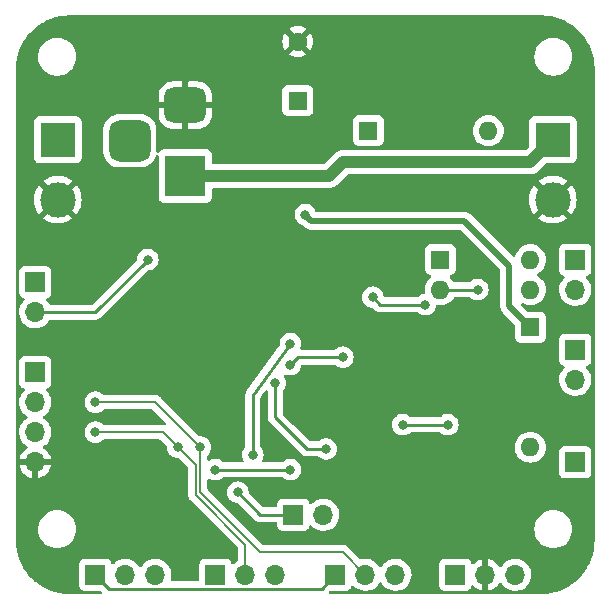
<source format=gbl>
%TF.GenerationSoftware,KiCad,Pcbnew,6.0.2+dfsg-1*%
%TF.CreationDate,2023-09-26T22:36:53+02:00*%
%TF.ProjectId,presence_sensor,70726573-656e-4636-955f-73656e736f72,rev?*%
%TF.SameCoordinates,Original*%
%TF.FileFunction,Copper,L2,Bot*%
%TF.FilePolarity,Positive*%
%FSLAX46Y46*%
G04 Gerber Fmt 4.6, Leading zero omitted, Abs format (unit mm)*
G04 Created by KiCad (PCBNEW 6.0.2+dfsg-1) date 2023-09-26 22:36:53*
%MOMM*%
%LPD*%
G01*
G04 APERTURE LIST*
G04 Aperture macros list*
%AMRoundRect*
0 Rectangle with rounded corners*
0 $1 Rounding radius*
0 $2 $3 $4 $5 $6 $7 $8 $9 X,Y pos of 4 corners*
0 Add a 4 corners polygon primitive as box body*
4,1,4,$2,$3,$4,$5,$6,$7,$8,$9,$2,$3,0*
0 Add four circle primitives for the rounded corners*
1,1,$1+$1,$2,$3*
1,1,$1+$1,$4,$5*
1,1,$1+$1,$6,$7*
1,1,$1+$1,$8,$9*
0 Add four rect primitives between the rounded corners*
20,1,$1+$1,$2,$3,$4,$5,0*
20,1,$1+$1,$4,$5,$6,$7,0*
20,1,$1+$1,$6,$7,$8,$9,0*
20,1,$1+$1,$8,$9,$2,$3,0*%
G04 Aperture macros list end*
%TA.AperFunction,ComponentPad*%
%ADD10R,1.700000X1.700000*%
%TD*%
%TA.AperFunction,ComponentPad*%
%ADD11O,1.700000X1.700000*%
%TD*%
%TA.AperFunction,ComponentPad*%
%ADD12R,3.500000X3.500000*%
%TD*%
%TA.AperFunction,ComponentPad*%
%ADD13RoundRect,0.750000X-1.000000X0.750000X-1.000000X-0.750000X1.000000X-0.750000X1.000000X0.750000X0*%
%TD*%
%TA.AperFunction,ComponentPad*%
%ADD14RoundRect,0.875000X-0.875000X0.875000X-0.875000X-0.875000X0.875000X-0.875000X0.875000X0.875000X0*%
%TD*%
%TA.AperFunction,ComponentPad*%
%ADD15R,3.000000X3.000000*%
%TD*%
%TA.AperFunction,ComponentPad*%
%ADD16C,3.000000*%
%TD*%
%TA.AperFunction,ComponentPad*%
%ADD17R,1.600000X1.600000*%
%TD*%
%TA.AperFunction,ComponentPad*%
%ADD18O,1.600000X1.600000*%
%TD*%
%TA.AperFunction,ComponentPad*%
%ADD19C,1.600000*%
%TD*%
%TA.AperFunction,ViaPad*%
%ADD20C,0.800000*%
%TD*%
%TA.AperFunction,Conductor*%
%ADD21C,0.250000*%
%TD*%
%TA.AperFunction,Conductor*%
%ADD22C,0.200000*%
%TD*%
%TA.AperFunction,Conductor*%
%ADD23C,0.500000*%
%TD*%
%TA.AperFunction,Conductor*%
%ADD24C,1.000000*%
%TD*%
G04 APERTURE END LIST*
D10*
%TO.P,J40,1,Pin_1*%
%TO.N,+12V*%
X97860000Y-78810000D03*
D11*
%TO.P,J40,2,Pin_2*%
%TO.N,Net-(D40-Pad2)*%
X97860000Y-81350000D03*
%TD*%
D10*
%TO.P,J31,1,Pin_1*%
%TO.N,Net-(J31-Pad1)*%
X97860000Y-71190000D03*
D11*
%TO.P,J31,2,Pin_2*%
%TO.N,Net-(J31-Pad2)*%
X97860000Y-73730000D03*
%TD*%
D12*
%TO.P,J50,1*%
%TO.N,+12VA*%
X64840000Y-64109000D03*
D13*
%TO.P,J50,2*%
%TO.N,E-*%
X64840000Y-58109000D03*
D14*
%TO.P,J50,3*%
%TO.N,N/C*%
X60140000Y-61109000D03*
%TD*%
D15*
%TO.P,J51,1,Pin_1*%
%TO.N,+12VA*%
X54045000Y-61030000D03*
D16*
%TO.P,J51,2,Pin_2*%
%TO.N,E-*%
X54045000Y-66110000D03*
%TD*%
D10*
%TO.P,J30,1,Pin_1*%
%TO.N,PRESENCE*%
X97860000Y-88335000D03*
%TD*%
%TO.P,J10,1,Pin_1*%
%TO.N,E+*%
X52140000Y-73090000D03*
D11*
%TO.P,J10,2,Pin_2*%
%TO.N,SWITCH*%
X52140000Y-75630000D03*
%TD*%
D10*
%TO.P,J2,1,Pin_1*%
%TO.N,Net-(J1-Pad1)*%
X77555000Y-97860000D03*
D11*
%TO.P,J2,2,Pin_2*%
%TO.N,S+*%
X80095000Y-97860000D03*
%TO.P,J2,3,Pin_3*%
%TO.N,Net-(J2-Pad3)*%
X82635000Y-97860000D03*
%TD*%
D17*
%TO.P,D50,1,K*%
%TO.N,+12V*%
X80334000Y-60268000D03*
D18*
%TO.P,D50,2,A*%
%TO.N,+12VA*%
X90494000Y-60268000D03*
%TD*%
D17*
%TO.P,C50,1*%
%TO.N,+12V*%
X74365000Y-57717651D03*
D19*
%TO.P,C50,2*%
%TO.N,E-*%
X74365000Y-52717651D03*
%TD*%
D10*
%TO.P,J3,1,Pin_1*%
%TO.N,Net-(J3-Pad1)*%
X67395000Y-97860000D03*
D11*
%TO.P,J3,2,Pin_2*%
%TO.N,S-*%
X69935000Y-97860000D03*
%TO.P,J3,3,Pin_3*%
%TO.N,Net-(J1-Pad3)*%
X72475000Y-97860000D03*
%TD*%
D10*
%TO.P,J1,1,Pin_1*%
%TO.N,Net-(J1-Pad1)*%
X57220000Y-97860000D03*
D11*
%TO.P,J1,2,Pin_2*%
%TO.N,E+*%
X59760000Y-97860000D03*
%TO.P,J1,3,Pin_3*%
%TO.N,Net-(J1-Pad3)*%
X62300000Y-97860000D03*
%TD*%
%TO.P,J5,4,Pin_4*%
%TO.N,E-*%
X52140000Y-88335000D03*
%TO.P,J5,3,Pin_3*%
%TO.N,S-*%
X52140000Y-85795000D03*
%TO.P,J5,2,Pin_2*%
%TO.N,S+*%
X52140000Y-83255000D03*
D10*
%TO.P,J5,1,Pin_1*%
%TO.N,E+*%
X52140000Y-80715000D03*
%TD*%
D18*
%TO.P,D40,2,A*%
%TO.N,Net-(D40-Pad2)*%
X94050000Y-87065000D03*
D17*
%TO.P,D40,1,K*%
%TO.N,+12V*%
X94050000Y-76905000D03*
%TD*%
%TO.P,U30,1*%
%TO.N,E+*%
X86440000Y-71185000D03*
D18*
%TO.P,U30,2*%
%TO.N,Net-(R31-Pad1)*%
X86440000Y-73725000D03*
%TO.P,U30,3*%
%TO.N,Net-(J31-Pad2)*%
X94060000Y-73725000D03*
%TO.P,U30,4*%
%TO.N,Net-(J31-Pad1)*%
X94060000Y-71185000D03*
%TD*%
D10*
%TO.P,J4,1,Pin_1*%
%TO.N,Net-(J3-Pad1)*%
X87700000Y-97860000D03*
D11*
%TO.P,J4,2,Pin_2*%
%TO.N,E-*%
X90240000Y-97860000D03*
%TO.P,J4,3,Pin_3*%
%TO.N,Net-(J2-Pad3)*%
X92780000Y-97860000D03*
%TD*%
D15*
%TO.P,J52,1,Pin_1*%
%TO.N,+12VA*%
X95955000Y-61030000D03*
D16*
%TO.P,J52,2,Pin_2*%
%TO.N,E-*%
X95955000Y-66110000D03*
%TD*%
D10*
%TO.P,J6,1,Pin_1*%
%TO.N,Net-(J6-Pad1)*%
X73984000Y-92780000D03*
D11*
%TO.P,J6,2,Pin_2*%
%TO.N,Net-(J6-Pad2)*%
X76524000Y-92780000D03*
%TD*%
D20*
%TO.N,E-*%
X64459000Y-78302000D03*
X63951000Y-72968000D03*
X85287000Y-64967000D03*
X81350000Y-93415000D03*
%TO.N,Net-(J6-Pad2)*%
X73730000Y-88970000D03*
%TO.N,E-*%
X83890000Y-88970000D03*
X92000000Y-88970000D03*
X56331000Y-78048000D03*
X80715000Y-64840000D03*
X76905000Y-88970000D03*
X65670000Y-78234000D03*
X73349000Y-67761000D03*
X80395000Y-77860000D03*
%TO.N,+12V*%
X75000000Y-67380000D03*
%TO.N,DIFF*%
X70555000Y-87700000D03*
X73730000Y-78302000D03*
%TO.N,S+*%
X57220000Y-83255000D03*
X66110000Y-87065000D03*
%TO.N,S-*%
X64205000Y-87065000D03*
X57220000Y-85795000D03*
%TO.N,SWITCH*%
X61665000Y-71190000D03*
%TO.N,PRESENCE*%
X87065000Y-85160000D03*
X83255000Y-85160000D03*
%TO.N,Net-(Q20-Pad1)*%
X78175000Y-79445000D03*
X73730000Y-80080000D03*
%TO.N,Net-(Q30-Pad3)*%
X85160000Y-75000000D03*
X80715000Y-74365000D03*
%TO.N,Net-(J6-Pad1)*%
X69285000Y-90875000D03*
%TO.N,Net-(J6-Pad2)*%
X67380000Y-88970000D03*
%TO.N,Net-(R20-Pad2)*%
X72460000Y-81604000D03*
X76765000Y-87205000D03*
%TO.N,Net-(R31-Pad1)*%
X89605000Y-73730000D03*
%TD*%
D21*
%TO.N,Net-(J6-Pad1)*%
X69285000Y-90875000D02*
X71190000Y-92780000D01*
X71190000Y-92780000D02*
X73984000Y-92780000D01*
%TO.N,Net-(R20-Pad2)*%
X72460000Y-81604000D02*
X72460000Y-84525000D01*
X72460000Y-84525000D02*
X75140000Y-87205000D01*
X75140000Y-87205000D02*
X76765000Y-87205000D01*
D22*
%TO.N,S-*%
X64205000Y-87065000D02*
X62935000Y-85795000D01*
X62935000Y-85795000D02*
X57220000Y-85795000D01*
%TO.N,S+*%
X80095000Y-97860000D02*
X78190000Y-95955000D01*
X78190000Y-95955000D02*
X71190000Y-95955000D01*
X66110000Y-90875000D02*
X66110000Y-87065000D01*
X71190000Y-95955000D02*
X66110000Y-90875000D01*
%TO.N,S-*%
X64205000Y-87065000D02*
X65710480Y-88570480D01*
X65710480Y-88570480D02*
X65710480Y-91110480D01*
X65710480Y-91110480D02*
X69935000Y-95335000D01*
X69935000Y-95335000D02*
X69935000Y-97860000D01*
D21*
%TO.N,PRESENCE*%
X87065000Y-85160000D02*
X83255000Y-85160000D01*
D23*
%TO.N,+12V*%
X75000000Y-67380000D02*
X75508000Y-67888000D01*
X88462000Y-67888000D02*
X92272000Y-71698000D01*
X94050000Y-76905000D02*
X92272000Y-75127000D01*
X75508000Y-67888000D02*
X88462000Y-67888000D01*
X92272000Y-71698000D02*
X92272000Y-75127000D01*
D21*
%TO.N,DIFF*%
X70555000Y-87700000D02*
X70555000Y-82620000D01*
X70555000Y-82620000D02*
X73730000Y-78302000D01*
D24*
%TO.N,+12VA*%
X64840000Y-64109000D02*
X77001000Y-64109000D01*
X95955000Y-61030000D02*
X94050000Y-62935000D01*
X78175000Y-62935000D02*
X77001000Y-64109000D01*
X94050000Y-62935000D02*
X78175000Y-62935000D01*
D21*
%TO.N,Net-(J1-Pad1)*%
X58394511Y-99034511D02*
X76380489Y-99034511D01*
X57220000Y-97860000D02*
X58394511Y-99034511D01*
X76380489Y-99034511D02*
X77555000Y-97860000D01*
D22*
%TO.N,S+*%
X66110000Y-87065000D02*
X62300000Y-83255000D01*
X62300000Y-83255000D02*
X57220000Y-83255000D01*
D21*
%TO.N,SWITCH*%
X57225000Y-75630000D02*
X52140000Y-75630000D01*
X61665000Y-71190000D02*
X57225000Y-75630000D01*
%TO.N,Net-(Q20-Pad1)*%
X73730000Y-80080000D02*
X74365000Y-79445000D01*
X74365000Y-79445000D02*
X78175000Y-79445000D01*
%TO.N,Net-(Q30-Pad3)*%
X81350000Y-75000000D02*
X85160000Y-75000000D01*
X80715000Y-74365000D02*
X81350000Y-75000000D01*
%TO.N,Net-(J6-Pad2)*%
X67380000Y-88970000D02*
X73730000Y-88970000D01*
%TO.N,Net-(R31-Pad1)*%
X89600000Y-73725000D02*
X86440000Y-73725000D01*
X89605000Y-73730000D02*
X89600000Y-73725000D01*
%TD*%
%TA.AperFunction,Conductor*%
%TO.N,E-*%
G36*
X94970057Y-50509500D02*
G01*
X94984858Y-50511805D01*
X94984861Y-50511805D01*
X94993730Y-50513186D01*
X95014158Y-50510515D01*
X95035983Y-50509571D01*
X95386007Y-50524853D01*
X95396958Y-50525811D01*
X95774579Y-50575527D01*
X95785403Y-50577436D01*
X96157243Y-50659870D01*
X96167860Y-50662715D01*
X96531110Y-50777248D01*
X96541425Y-50781001D01*
X96893334Y-50926766D01*
X96903269Y-50931399D01*
X97241128Y-51107278D01*
X97250637Y-51112768D01*
X97571860Y-51317410D01*
X97580864Y-51323714D01*
X97883043Y-51555583D01*
X97891463Y-51562649D01*
X98172268Y-51819959D01*
X98180037Y-51827728D01*
X98342113Y-52004603D01*
X98437351Y-52108537D01*
X98444417Y-52116957D01*
X98676286Y-52419136D01*
X98682590Y-52428140D01*
X98887232Y-52749363D01*
X98892722Y-52758872D01*
X99068601Y-53096731D01*
X99073234Y-53106666D01*
X99210956Y-53439158D01*
X99218996Y-53458568D01*
X99222755Y-53468897D01*
X99337285Y-53832139D01*
X99340130Y-53842757D01*
X99422564Y-54214597D01*
X99424473Y-54225421D01*
X99474189Y-54603042D01*
X99475147Y-54613993D01*
X99490104Y-54956583D01*
X99488724Y-54981461D01*
X99486814Y-54993730D01*
X99488638Y-55007678D01*
X99490936Y-55025251D01*
X99492000Y-55041589D01*
X99492000Y-94950672D01*
X99490500Y-94970056D01*
X99486814Y-94993730D01*
X99489485Y-95014158D01*
X99490429Y-95035983D01*
X99485708Y-95144106D01*
X99475147Y-95386007D01*
X99474189Y-95396958D01*
X99424473Y-95774579D01*
X99422564Y-95785403D01*
X99340130Y-96157243D01*
X99337285Y-96167860D01*
X99222967Y-96530432D01*
X99222755Y-96531103D01*
X99218999Y-96541425D01*
X99073669Y-96892285D01*
X99073238Y-96893325D01*
X99068601Y-96903269D01*
X98892722Y-97241128D01*
X98887232Y-97250637D01*
X98682590Y-97571860D01*
X98676286Y-97580864D01*
X98444417Y-97883043D01*
X98437353Y-97891460D01*
X98197676Y-98153023D01*
X98180041Y-98172268D01*
X98172272Y-98180037D01*
X97947529Y-98385976D01*
X97891463Y-98437351D01*
X97883046Y-98444414D01*
X97801294Y-98507145D01*
X97580864Y-98676286D01*
X97571860Y-98682590D01*
X97429747Y-98773126D01*
X97326585Y-98838848D01*
X97250637Y-98887232D01*
X97241128Y-98892722D01*
X96903269Y-99068601D01*
X96893334Y-99073234D01*
X96541425Y-99218999D01*
X96531110Y-99222752D01*
X96167861Y-99337285D01*
X96157243Y-99340130D01*
X95785403Y-99422564D01*
X95774579Y-99424473D01*
X95396958Y-99474189D01*
X95386007Y-99475147D01*
X95043417Y-99490104D01*
X95018539Y-99488724D01*
X95018160Y-99488665D01*
X95006270Y-99486814D01*
X94974749Y-99490936D01*
X94958411Y-99492000D01*
X77123094Y-99492000D01*
X77054973Y-99471998D01*
X77008480Y-99418342D01*
X76998376Y-99348068D01*
X77027870Y-99283488D01*
X77033999Y-99276905D01*
X77055499Y-99255405D01*
X77117811Y-99221379D01*
X77144594Y-99218500D01*
X78453134Y-99218500D01*
X78515316Y-99211745D01*
X78651705Y-99160615D01*
X78768261Y-99073261D01*
X78855615Y-98956705D01*
X78877799Y-98897529D01*
X78899598Y-98839382D01*
X78942240Y-98782618D01*
X79008802Y-98757918D01*
X79078150Y-98773126D01*
X79112817Y-98801114D01*
X79141250Y-98833938D01*
X79313126Y-98976632D01*
X79506000Y-99089338D01*
X79714692Y-99169030D01*
X79719760Y-99170061D01*
X79719763Y-99170062D01*
X79814862Y-99189410D01*
X79933597Y-99213567D01*
X79938772Y-99213757D01*
X79938774Y-99213757D01*
X80151673Y-99221564D01*
X80151677Y-99221564D01*
X80156837Y-99221753D01*
X80161957Y-99221097D01*
X80161959Y-99221097D01*
X80373288Y-99194025D01*
X80373289Y-99194025D01*
X80378416Y-99193368D01*
X80383366Y-99191883D01*
X80587429Y-99130661D01*
X80587434Y-99130659D01*
X80592384Y-99129174D01*
X80792994Y-99030896D01*
X80974860Y-98901173D01*
X80985886Y-98890186D01*
X81119152Y-98757384D01*
X81133096Y-98743489D01*
X81263453Y-98562077D01*
X81264776Y-98563028D01*
X81311645Y-98519857D01*
X81381580Y-98507625D01*
X81447026Y-98535144D01*
X81474875Y-98566994D01*
X81534987Y-98665088D01*
X81681250Y-98833938D01*
X81853126Y-98976632D01*
X82046000Y-99089338D01*
X82254692Y-99169030D01*
X82259760Y-99170061D01*
X82259763Y-99170062D01*
X82354862Y-99189410D01*
X82473597Y-99213567D01*
X82478772Y-99213757D01*
X82478774Y-99213757D01*
X82691673Y-99221564D01*
X82691677Y-99221564D01*
X82696837Y-99221753D01*
X82701957Y-99221097D01*
X82701959Y-99221097D01*
X82913288Y-99194025D01*
X82913289Y-99194025D01*
X82918416Y-99193368D01*
X82923366Y-99191883D01*
X83127429Y-99130661D01*
X83127434Y-99130659D01*
X83132384Y-99129174D01*
X83332994Y-99030896D01*
X83514860Y-98901173D01*
X83525886Y-98890186D01*
X83658399Y-98758134D01*
X86341500Y-98758134D01*
X86348255Y-98820316D01*
X86399385Y-98956705D01*
X86486739Y-99073261D01*
X86603295Y-99160615D01*
X86739684Y-99211745D01*
X86801866Y-99218500D01*
X88598134Y-99218500D01*
X88660316Y-99211745D01*
X88796705Y-99160615D01*
X88913261Y-99073261D01*
X89000615Y-98956705D01*
X89026659Y-98887232D01*
X89044798Y-98838848D01*
X89087440Y-98782084D01*
X89154001Y-98757384D01*
X89223350Y-98772592D01*
X89258017Y-98800580D01*
X89283218Y-98829673D01*
X89290580Y-98836883D01*
X89454434Y-98972916D01*
X89462881Y-98978831D01*
X89646756Y-99086279D01*
X89656042Y-99090729D01*
X89855001Y-99166703D01*
X89864899Y-99169579D01*
X89968250Y-99190606D01*
X89982299Y-99189410D01*
X89986000Y-99179065D01*
X89986000Y-99178517D01*
X90494000Y-99178517D01*
X90498064Y-99192359D01*
X90511478Y-99194393D01*
X90518184Y-99193534D01*
X90528262Y-99191392D01*
X90732255Y-99130191D01*
X90741842Y-99126433D01*
X90933095Y-99032739D01*
X90941945Y-99027464D01*
X91115328Y-98903792D01*
X91123200Y-98897139D01*
X91274052Y-98746812D01*
X91280730Y-98738965D01*
X91408022Y-98561819D01*
X91409279Y-98562722D01*
X91456373Y-98519362D01*
X91526311Y-98507145D01*
X91591751Y-98534678D01*
X91619579Y-98566511D01*
X91679987Y-98665088D01*
X91826250Y-98833938D01*
X91998126Y-98976632D01*
X92191000Y-99089338D01*
X92399692Y-99169030D01*
X92404760Y-99170061D01*
X92404763Y-99170062D01*
X92499862Y-99189410D01*
X92618597Y-99213567D01*
X92623772Y-99213757D01*
X92623774Y-99213757D01*
X92836673Y-99221564D01*
X92836677Y-99221564D01*
X92841837Y-99221753D01*
X92846957Y-99221097D01*
X92846959Y-99221097D01*
X93058288Y-99194025D01*
X93058289Y-99194025D01*
X93063416Y-99193368D01*
X93068366Y-99191883D01*
X93272429Y-99130661D01*
X93272434Y-99130659D01*
X93277384Y-99129174D01*
X93477994Y-99030896D01*
X93659860Y-98901173D01*
X93670886Y-98890186D01*
X93804152Y-98757384D01*
X93818096Y-98743489D01*
X93948453Y-98562077D01*
X93961995Y-98534678D01*
X94045136Y-98366453D01*
X94045137Y-98366451D01*
X94047430Y-98361811D01*
X94102656Y-98180041D01*
X94110865Y-98153023D01*
X94110867Y-98153015D01*
X94112370Y-98148069D01*
X94141529Y-97926590D01*
X94142387Y-97891463D01*
X94143074Y-97863365D01*
X94143074Y-97863361D01*
X94143156Y-97860000D01*
X94124852Y-97637361D01*
X94070431Y-97420702D01*
X93981354Y-97215840D01*
X93860014Y-97028277D01*
X93709670Y-96863051D01*
X93705619Y-96859852D01*
X93705615Y-96859848D01*
X93538414Y-96727800D01*
X93538410Y-96727798D01*
X93534359Y-96724598D01*
X93498028Y-96704542D01*
X93454370Y-96680442D01*
X93338789Y-96616638D01*
X93333920Y-96614914D01*
X93333916Y-96614912D01*
X93133087Y-96543795D01*
X93133083Y-96543794D01*
X93128212Y-96542069D01*
X93123119Y-96541162D01*
X93123116Y-96541161D01*
X92913373Y-96503800D01*
X92913367Y-96503799D01*
X92908284Y-96502894D01*
X92834452Y-96501992D01*
X92690081Y-96500228D01*
X92690079Y-96500228D01*
X92684911Y-96500165D01*
X92464091Y-96533955D01*
X92251756Y-96603357D01*
X92053607Y-96706507D01*
X92049474Y-96709610D01*
X92049471Y-96709612D01*
X91942439Y-96789974D01*
X91874965Y-96840635D01*
X91871393Y-96844373D01*
X91763729Y-96957037D01*
X91720629Y-97002138D01*
X91613204Y-97159618D01*
X91612898Y-97160066D01*
X91557987Y-97205069D01*
X91487462Y-97213240D01*
X91423715Y-97181986D01*
X91403018Y-97157502D01*
X91322426Y-97032926D01*
X91316136Y-97024757D01*
X91172806Y-96867240D01*
X91165273Y-96860215D01*
X90998139Y-96728222D01*
X90989552Y-96722517D01*
X90803117Y-96619599D01*
X90793705Y-96615369D01*
X90592959Y-96544280D01*
X90582988Y-96541646D01*
X90511837Y-96528972D01*
X90498540Y-96530432D01*
X90494000Y-96544989D01*
X90494000Y-99178517D01*
X89986000Y-99178517D01*
X89986000Y-96543102D01*
X89982082Y-96529758D01*
X89967806Y-96527771D01*
X89929324Y-96533660D01*
X89919288Y-96536051D01*
X89716868Y-96602212D01*
X89707359Y-96606209D01*
X89518463Y-96704542D01*
X89509738Y-96710036D01*
X89339433Y-96837905D01*
X89331726Y-96844748D01*
X89254478Y-96925584D01*
X89192954Y-96961014D01*
X89122042Y-96957557D01*
X89064255Y-96916311D01*
X89045402Y-96882763D01*
X89003767Y-96771703D01*
X89000615Y-96763295D01*
X88913261Y-96646739D01*
X88796705Y-96559385D01*
X88660316Y-96508255D01*
X88598134Y-96501500D01*
X86801866Y-96501500D01*
X86739684Y-96508255D01*
X86603295Y-96559385D01*
X86486739Y-96646739D01*
X86399385Y-96763295D01*
X86348255Y-96899684D01*
X86341500Y-96961866D01*
X86341500Y-98758134D01*
X83658399Y-98758134D01*
X83659152Y-98757384D01*
X83673096Y-98743489D01*
X83803453Y-98562077D01*
X83816995Y-98534678D01*
X83900136Y-98366453D01*
X83900137Y-98366451D01*
X83902430Y-98361811D01*
X83957656Y-98180041D01*
X83965865Y-98153023D01*
X83965867Y-98153015D01*
X83967370Y-98148069D01*
X83996529Y-97926590D01*
X83997387Y-97891463D01*
X83998074Y-97863365D01*
X83998074Y-97863361D01*
X83998156Y-97860000D01*
X83979852Y-97637361D01*
X83925431Y-97420702D01*
X83836354Y-97215840D01*
X83715014Y-97028277D01*
X83564670Y-96863051D01*
X83560619Y-96859852D01*
X83560615Y-96859848D01*
X83393414Y-96727800D01*
X83393410Y-96727798D01*
X83389359Y-96724598D01*
X83353028Y-96704542D01*
X83309370Y-96680442D01*
X83193789Y-96616638D01*
X83188920Y-96614914D01*
X83188916Y-96614912D01*
X82988087Y-96543795D01*
X82988083Y-96543794D01*
X82983212Y-96542069D01*
X82978119Y-96541162D01*
X82978116Y-96541161D01*
X82768373Y-96503800D01*
X82768367Y-96503799D01*
X82763284Y-96502894D01*
X82689452Y-96501992D01*
X82545081Y-96500228D01*
X82545079Y-96500228D01*
X82539911Y-96500165D01*
X82319091Y-96533955D01*
X82106756Y-96603357D01*
X81908607Y-96706507D01*
X81904474Y-96709610D01*
X81904471Y-96709612D01*
X81797439Y-96789974D01*
X81729965Y-96840635D01*
X81726393Y-96844373D01*
X81618729Y-96957037D01*
X81575629Y-97002138D01*
X81468201Y-97159621D01*
X81413293Y-97204621D01*
X81342768Y-97212792D01*
X81279021Y-97181538D01*
X81258324Y-97157054D01*
X81177822Y-97032617D01*
X81177820Y-97032614D01*
X81175014Y-97028277D01*
X81024670Y-96863051D01*
X81020619Y-96859852D01*
X81020615Y-96859848D01*
X80853414Y-96727800D01*
X80853410Y-96727798D01*
X80849359Y-96724598D01*
X80813028Y-96704542D01*
X80769370Y-96680442D01*
X80653789Y-96616638D01*
X80648920Y-96614914D01*
X80648916Y-96614912D01*
X80448087Y-96543795D01*
X80448083Y-96543794D01*
X80443212Y-96542069D01*
X80438119Y-96541162D01*
X80438116Y-96541161D01*
X80228373Y-96503800D01*
X80228367Y-96503799D01*
X80223284Y-96502894D01*
X80149452Y-96501992D01*
X80005081Y-96500228D01*
X80005079Y-96500228D01*
X79999911Y-96500165D01*
X79852627Y-96522703D01*
X79784200Y-96533173D01*
X79784197Y-96533174D01*
X79779091Y-96533955D01*
X79774176Y-96535562D01*
X79774174Y-96535562D01*
X79739890Y-96546768D01*
X79668927Y-96548921D01*
X79611648Y-96516099D01*
X78654315Y-95558766D01*
X78643448Y-95546375D01*
X78629013Y-95527563D01*
X78623987Y-95521013D01*
X78592075Y-95496526D01*
X78592072Y-95496523D01*
X78517773Y-95439511D01*
X78503429Y-95428504D01*
X78503427Y-95428503D01*
X78496876Y-95423476D01*
X78348851Y-95362162D01*
X78340664Y-95361084D01*
X78340663Y-95361084D01*
X78329458Y-95359609D01*
X78298262Y-95355502D01*
X78229885Y-95346500D01*
X78229882Y-95346500D01*
X78229874Y-95346499D01*
X78198189Y-95342328D01*
X78190000Y-95341250D01*
X78158307Y-95345422D01*
X78141864Y-95346500D01*
X71494239Y-95346500D01*
X71426118Y-95326498D01*
X71405144Y-95309595D01*
X66970549Y-90875000D01*
X68371496Y-90875000D01*
X68391458Y-91064928D01*
X68450473Y-91246556D01*
X68545960Y-91411944D01*
X68550378Y-91416851D01*
X68550379Y-91416852D01*
X68656681Y-91534912D01*
X68673747Y-91553866D01*
X68702559Y-91574799D01*
X68803036Y-91647800D01*
X68828248Y-91666118D01*
X68834276Y-91668802D01*
X68834278Y-91668803D01*
X68850688Y-91676109D01*
X69002712Y-91743794D01*
X69096112Y-91763647D01*
X69183056Y-91782128D01*
X69183061Y-91782128D01*
X69189513Y-91783500D01*
X69245406Y-91783500D01*
X69313527Y-91803502D01*
X69334501Y-91820405D01*
X70686348Y-93172253D01*
X70693888Y-93180539D01*
X70698000Y-93187018D01*
X70703777Y-93192443D01*
X70747651Y-93233643D01*
X70750493Y-93236398D01*
X70770230Y-93256135D01*
X70773427Y-93258615D01*
X70782447Y-93266318D01*
X70814679Y-93296586D01*
X70821625Y-93300405D01*
X70821628Y-93300407D01*
X70832434Y-93306348D01*
X70848953Y-93317199D01*
X70864959Y-93329614D01*
X70872228Y-93332759D01*
X70872232Y-93332762D01*
X70905537Y-93347174D01*
X70916187Y-93352391D01*
X70954940Y-93373695D01*
X70962615Y-93375666D01*
X70962616Y-93375666D01*
X70974562Y-93378733D01*
X70993267Y-93385137D01*
X71011855Y-93393181D01*
X71019678Y-93394420D01*
X71019688Y-93394423D01*
X71055524Y-93400099D01*
X71067144Y-93402505D01*
X71102289Y-93411528D01*
X71109970Y-93413500D01*
X71130224Y-93413500D01*
X71149934Y-93415051D01*
X71169943Y-93418220D01*
X71177835Y-93417474D01*
X71213961Y-93414059D01*
X71225819Y-93413500D01*
X72499500Y-93413500D01*
X72567621Y-93433502D01*
X72614114Y-93487158D01*
X72625500Y-93539500D01*
X72625500Y-93678134D01*
X72632255Y-93740316D01*
X72683385Y-93876705D01*
X72770739Y-93993261D01*
X72887295Y-94080615D01*
X73023684Y-94131745D01*
X73085866Y-94138500D01*
X74882134Y-94138500D01*
X74944316Y-94131745D01*
X75080705Y-94080615D01*
X75197261Y-93993261D01*
X75284615Y-93876705D01*
X75306799Y-93817529D01*
X75328598Y-93759382D01*
X75371240Y-93702618D01*
X75437802Y-93677918D01*
X75507150Y-93693126D01*
X75541817Y-93721114D01*
X75570250Y-93753938D01*
X75742126Y-93896632D01*
X75935000Y-94009338D01*
X76143692Y-94089030D01*
X76148760Y-94090061D01*
X76148763Y-94090062D01*
X76256017Y-94111883D01*
X76362597Y-94133567D01*
X76367772Y-94133757D01*
X76367774Y-94133757D01*
X76580673Y-94141564D01*
X76580677Y-94141564D01*
X76585837Y-94141753D01*
X76590957Y-94141097D01*
X76590959Y-94141097D01*
X76802288Y-94114025D01*
X76802289Y-94114025D01*
X76807416Y-94113368D01*
X76812366Y-94111883D01*
X77016429Y-94050661D01*
X77016434Y-94050659D01*
X77021384Y-94049174D01*
X77121760Y-94000000D01*
X94386526Y-94000000D01*
X94406391Y-94252403D01*
X94465495Y-94498591D01*
X94562384Y-94732502D01*
X94694672Y-94948376D01*
X94859102Y-95140898D01*
X95051624Y-95305328D01*
X95267498Y-95437616D01*
X95272068Y-95439509D01*
X95272072Y-95439511D01*
X95496836Y-95532611D01*
X95501409Y-95534505D01*
X95586032Y-95554821D01*
X95742784Y-95592454D01*
X95742790Y-95592455D01*
X95747597Y-95593609D01*
X95847416Y-95601465D01*
X95934345Y-95608307D01*
X95934352Y-95608307D01*
X95936801Y-95608500D01*
X96063199Y-95608500D01*
X96065648Y-95608307D01*
X96065655Y-95608307D01*
X96152584Y-95601465D01*
X96252403Y-95593609D01*
X96257210Y-95592455D01*
X96257216Y-95592454D01*
X96413968Y-95554821D01*
X96498591Y-95534505D01*
X96503164Y-95532611D01*
X96727928Y-95439511D01*
X96727932Y-95439509D01*
X96732502Y-95437616D01*
X96948376Y-95305328D01*
X97140898Y-95140898D01*
X97305328Y-94948376D01*
X97437616Y-94732502D01*
X97534505Y-94498591D01*
X97593609Y-94252403D01*
X97613474Y-94000000D01*
X97593609Y-93747597D01*
X97587252Y-93721115D01*
X97535660Y-93506221D01*
X97534505Y-93501409D01*
X97528237Y-93486277D01*
X97439511Y-93272072D01*
X97439509Y-93272068D01*
X97437616Y-93267498D01*
X97305328Y-93051624D01*
X97140898Y-92859102D01*
X96948376Y-92694672D01*
X96732502Y-92562384D01*
X96727932Y-92560491D01*
X96727928Y-92560489D01*
X96503164Y-92467389D01*
X96503162Y-92467388D01*
X96498591Y-92465495D01*
X96413968Y-92445179D01*
X96257216Y-92407546D01*
X96257210Y-92407545D01*
X96252403Y-92406391D01*
X96152584Y-92398535D01*
X96065655Y-92391693D01*
X96065648Y-92391693D01*
X96063199Y-92391500D01*
X95936801Y-92391500D01*
X95934352Y-92391693D01*
X95934345Y-92391693D01*
X95847416Y-92398535D01*
X95747597Y-92406391D01*
X95742790Y-92407545D01*
X95742784Y-92407546D01*
X95586032Y-92445179D01*
X95501409Y-92465495D01*
X95496838Y-92467388D01*
X95496836Y-92467389D01*
X95272072Y-92560489D01*
X95272068Y-92560491D01*
X95267498Y-92562384D01*
X95051624Y-92694672D01*
X94859102Y-92859102D01*
X94694672Y-93051624D01*
X94562384Y-93267498D01*
X94560491Y-93272068D01*
X94560489Y-93272072D01*
X94471763Y-93486277D01*
X94465495Y-93501409D01*
X94464340Y-93506221D01*
X94412749Y-93721115D01*
X94406391Y-93747597D01*
X94386526Y-94000000D01*
X77121760Y-94000000D01*
X77221994Y-93950896D01*
X77403860Y-93821173D01*
X77562096Y-93663489D01*
X77692453Y-93482077D01*
X77726070Y-93414059D01*
X77789136Y-93286453D01*
X77789137Y-93286451D01*
X77791430Y-93281811D01*
X77856370Y-93068069D01*
X77885529Y-92846590D01*
X77887156Y-92780000D01*
X77868852Y-92557361D01*
X77814431Y-92340702D01*
X77725354Y-92135840D01*
X77604014Y-91948277D01*
X77453670Y-91783051D01*
X77449619Y-91779852D01*
X77449615Y-91779848D01*
X77282414Y-91647800D01*
X77282410Y-91647798D01*
X77278359Y-91644598D01*
X77082789Y-91536638D01*
X77077920Y-91534914D01*
X77077916Y-91534912D01*
X76877087Y-91463795D01*
X76877083Y-91463794D01*
X76872212Y-91462069D01*
X76867119Y-91461162D01*
X76867116Y-91461161D01*
X76657373Y-91423800D01*
X76657367Y-91423799D01*
X76652284Y-91422894D01*
X76578452Y-91421992D01*
X76434081Y-91420228D01*
X76434079Y-91420228D01*
X76428911Y-91420165D01*
X76208091Y-91453955D01*
X75995756Y-91523357D01*
X75797607Y-91626507D01*
X75793474Y-91629610D01*
X75793471Y-91629612D01*
X75623100Y-91757530D01*
X75618965Y-91760635D01*
X75561848Y-91820405D01*
X75538283Y-91845064D01*
X75476759Y-91880494D01*
X75405846Y-91877037D01*
X75348060Y-91835791D01*
X75329207Y-91802243D01*
X75287767Y-91691703D01*
X75284615Y-91683295D01*
X75197261Y-91566739D01*
X75080705Y-91479385D01*
X74944316Y-91428255D01*
X74882134Y-91421500D01*
X73085866Y-91421500D01*
X73023684Y-91428255D01*
X72887295Y-91479385D01*
X72770739Y-91566739D01*
X72683385Y-91683295D01*
X72632255Y-91819684D01*
X72625500Y-91881866D01*
X72625500Y-92020500D01*
X72605498Y-92088621D01*
X72551842Y-92135114D01*
X72499500Y-92146500D01*
X71504594Y-92146500D01*
X71436473Y-92126498D01*
X71415499Y-92109595D01*
X70232122Y-90926217D01*
X70198096Y-90863905D01*
X70195907Y-90850292D01*
X70179232Y-90691635D01*
X70179232Y-90691633D01*
X70178542Y-90685072D01*
X70119527Y-90503444D01*
X70024040Y-90338056D01*
X69896253Y-90196134D01*
X69741752Y-90083882D01*
X69735724Y-90081198D01*
X69735722Y-90081197D01*
X69573319Y-90008891D01*
X69573318Y-90008891D01*
X69567288Y-90006206D01*
X69473888Y-89986353D01*
X69386944Y-89967872D01*
X69386939Y-89967872D01*
X69380487Y-89966500D01*
X69189513Y-89966500D01*
X69183061Y-89967872D01*
X69183056Y-89967872D01*
X69096112Y-89986353D01*
X69002712Y-90006206D01*
X68996682Y-90008891D01*
X68996681Y-90008891D01*
X68834278Y-90081197D01*
X68834276Y-90081198D01*
X68828248Y-90083882D01*
X68673747Y-90196134D01*
X68545960Y-90338056D01*
X68450473Y-90503444D01*
X68391458Y-90685072D01*
X68371496Y-90875000D01*
X66970549Y-90875000D01*
X66755405Y-90659856D01*
X66721379Y-90597544D01*
X66718500Y-90570761D01*
X66718500Y-89859649D01*
X66738502Y-89791528D01*
X66792158Y-89745035D01*
X66862432Y-89734931D01*
X66911633Y-89754900D01*
X66912189Y-89753936D01*
X66917907Y-89757237D01*
X66923248Y-89761118D01*
X66929276Y-89763802D01*
X66929278Y-89763803D01*
X66991550Y-89791528D01*
X67097712Y-89838794D01*
X67191113Y-89858647D01*
X67278056Y-89877128D01*
X67278061Y-89877128D01*
X67284513Y-89878500D01*
X67475487Y-89878500D01*
X67481939Y-89877128D01*
X67481944Y-89877128D01*
X67568887Y-89858647D01*
X67662288Y-89838794D01*
X67768450Y-89791528D01*
X67830722Y-89763803D01*
X67830724Y-89763802D01*
X67836752Y-89761118D01*
X67845311Y-89754900D01*
X67984851Y-89653517D01*
X67991253Y-89648866D01*
X67995668Y-89643963D01*
X68000580Y-89639540D01*
X68001705Y-89640789D01*
X68055014Y-89607949D01*
X68088200Y-89603500D01*
X73021800Y-89603500D01*
X73089921Y-89623502D01*
X73109147Y-89639843D01*
X73109420Y-89639540D01*
X73114332Y-89643963D01*
X73118747Y-89648866D01*
X73125149Y-89653517D01*
X73264690Y-89754900D01*
X73273248Y-89761118D01*
X73279276Y-89763802D01*
X73279278Y-89763803D01*
X73341550Y-89791528D01*
X73447712Y-89838794D01*
X73541113Y-89858647D01*
X73628056Y-89877128D01*
X73628061Y-89877128D01*
X73634513Y-89878500D01*
X73825487Y-89878500D01*
X73831939Y-89877128D01*
X73831944Y-89877128D01*
X73918887Y-89858647D01*
X74012288Y-89838794D01*
X74118450Y-89791528D01*
X74180722Y-89763803D01*
X74180724Y-89763802D01*
X74186752Y-89761118D01*
X74195311Y-89754900D01*
X74279820Y-89693500D01*
X74341253Y-89648866D01*
X74469040Y-89506944D01*
X74564527Y-89341556D01*
X74599756Y-89233134D01*
X96501500Y-89233134D01*
X96508255Y-89295316D01*
X96559385Y-89431705D01*
X96646739Y-89548261D01*
X96763295Y-89635615D01*
X96899684Y-89686745D01*
X96961866Y-89693500D01*
X98758134Y-89693500D01*
X98820316Y-89686745D01*
X98956705Y-89635615D01*
X99073261Y-89548261D01*
X99160615Y-89431705D01*
X99211745Y-89295316D01*
X99218500Y-89233134D01*
X99218500Y-87436866D01*
X99211745Y-87374684D01*
X99160615Y-87238295D01*
X99073261Y-87121739D01*
X98956705Y-87034385D01*
X98820316Y-86983255D01*
X98758134Y-86976500D01*
X96961866Y-86976500D01*
X96899684Y-86983255D01*
X96763295Y-87034385D01*
X96646739Y-87121739D01*
X96559385Y-87238295D01*
X96508255Y-87374684D01*
X96501500Y-87436866D01*
X96501500Y-89233134D01*
X74599756Y-89233134D01*
X74623542Y-89159928D01*
X74643504Y-88970000D01*
X74628965Y-88831672D01*
X74624232Y-88786635D01*
X74624232Y-88786633D01*
X74623542Y-88780072D01*
X74564527Y-88598444D01*
X74559075Y-88589000D01*
X74472341Y-88438774D01*
X74469040Y-88433056D01*
X74341253Y-88291134D01*
X74186752Y-88178882D01*
X74180724Y-88176198D01*
X74180722Y-88176197D01*
X74018319Y-88103891D01*
X74018318Y-88103891D01*
X74012288Y-88101206D01*
X73917227Y-88081000D01*
X73831944Y-88062872D01*
X73831939Y-88062872D01*
X73825487Y-88061500D01*
X73634513Y-88061500D01*
X73628061Y-88062872D01*
X73628056Y-88062872D01*
X73542773Y-88081000D01*
X73447712Y-88101206D01*
X73441682Y-88103891D01*
X73441681Y-88103891D01*
X73279278Y-88176197D01*
X73279276Y-88176198D01*
X73273248Y-88178882D01*
X73267907Y-88182762D01*
X73267906Y-88182763D01*
X73235722Y-88206146D01*
X73118747Y-88291134D01*
X73114332Y-88296037D01*
X73109420Y-88300460D01*
X73108295Y-88299211D01*
X73054986Y-88332051D01*
X73021800Y-88336500D01*
X71454800Y-88336500D01*
X71386679Y-88316498D01*
X71340186Y-88262842D01*
X71330082Y-88192568D01*
X71345681Y-88147500D01*
X71386223Y-88077279D01*
X71386224Y-88077278D01*
X71389527Y-88071556D01*
X71448542Y-87889928D01*
X71450128Y-87874843D01*
X71467814Y-87706565D01*
X71468504Y-87700000D01*
X71448542Y-87510072D01*
X71389527Y-87328444D01*
X71384507Y-87319748D01*
X71306730Y-87185036D01*
X71294040Y-87163056D01*
X71220863Y-87081785D01*
X71190147Y-87017779D01*
X71188500Y-86997476D01*
X71188500Y-82869173D01*
X71208502Y-82801052D01*
X71212988Y-82794532D01*
X71216838Y-82789297D01*
X71456113Y-82463882D01*
X71598988Y-82269573D01*
X71655457Y-82226540D01*
X71726227Y-82220868D01*
X71788828Y-82254358D01*
X71823386Y-82316376D01*
X71826500Y-82344214D01*
X71826500Y-84446233D01*
X71825973Y-84457416D01*
X71824298Y-84464909D01*
X71824547Y-84472832D01*
X71824547Y-84472833D01*
X71826438Y-84532986D01*
X71826500Y-84536945D01*
X71826500Y-84564856D01*
X71826997Y-84568790D01*
X71826997Y-84568791D01*
X71827005Y-84568856D01*
X71827938Y-84580693D01*
X71829327Y-84624889D01*
X71832787Y-84636797D01*
X71834978Y-84644339D01*
X71838987Y-84663700D01*
X71841526Y-84683797D01*
X71844445Y-84691168D01*
X71844445Y-84691170D01*
X71857804Y-84724912D01*
X71861649Y-84736142D01*
X71873982Y-84778593D01*
X71878015Y-84785412D01*
X71878017Y-84785417D01*
X71884293Y-84796028D01*
X71892988Y-84813776D01*
X71900448Y-84832617D01*
X71905110Y-84839033D01*
X71905110Y-84839034D01*
X71926436Y-84868387D01*
X71932952Y-84878307D01*
X71955458Y-84916362D01*
X71969779Y-84930683D01*
X71982619Y-84945716D01*
X71994528Y-84962107D01*
X72021092Y-84984083D01*
X72028605Y-84990298D01*
X72037384Y-84998288D01*
X74636343Y-87597247D01*
X74643887Y-87605537D01*
X74648000Y-87612018D01*
X74696593Y-87657649D01*
X74697667Y-87658658D01*
X74700509Y-87661413D01*
X74720230Y-87681134D01*
X74723425Y-87683612D01*
X74732447Y-87691318D01*
X74764679Y-87721586D01*
X74771628Y-87725406D01*
X74782432Y-87731346D01*
X74798956Y-87742199D01*
X74814959Y-87754613D01*
X74855543Y-87772176D01*
X74866173Y-87777383D01*
X74904940Y-87798695D01*
X74912617Y-87800666D01*
X74912622Y-87800668D01*
X74924558Y-87803732D01*
X74943266Y-87810137D01*
X74961855Y-87818181D01*
X74969680Y-87819420D01*
X74969682Y-87819421D01*
X75005519Y-87825097D01*
X75017140Y-87827504D01*
X75052289Y-87836528D01*
X75059970Y-87838500D01*
X75080231Y-87838500D01*
X75099940Y-87840051D01*
X75119943Y-87843219D01*
X75127835Y-87842473D01*
X75133062Y-87841979D01*
X75163954Y-87839059D01*
X75175811Y-87838500D01*
X76056800Y-87838500D01*
X76124921Y-87858502D01*
X76144147Y-87874843D01*
X76144420Y-87874540D01*
X76149332Y-87878963D01*
X76153747Y-87883866D01*
X76308248Y-87996118D01*
X76314276Y-87998802D01*
X76314278Y-87998803D01*
X76463569Y-88065271D01*
X76482712Y-88073794D01*
X76576113Y-88093647D01*
X76663056Y-88112128D01*
X76663061Y-88112128D01*
X76669513Y-88113500D01*
X76860487Y-88113500D01*
X76866939Y-88112128D01*
X76866944Y-88112128D01*
X76953887Y-88093647D01*
X77047288Y-88073794D01*
X77066431Y-88065271D01*
X77215722Y-87998803D01*
X77215724Y-87998802D01*
X77221752Y-87996118D01*
X77376253Y-87883866D01*
X77389215Y-87869470D01*
X77499621Y-87746852D01*
X77499622Y-87746851D01*
X77504040Y-87741944D01*
X77582036Y-87606852D01*
X77596223Y-87582279D01*
X77596224Y-87582278D01*
X77599527Y-87576556D01*
X77658542Y-87394928D01*
X77661448Y-87367285D01*
X77677814Y-87211565D01*
X77678504Y-87205000D01*
X77669753Y-87121739D01*
X77663790Y-87065000D01*
X92736502Y-87065000D01*
X92756457Y-87293087D01*
X92757881Y-87298400D01*
X92757881Y-87298402D01*
X92794073Y-87433469D01*
X92815716Y-87514243D01*
X92818039Y-87519224D01*
X92818039Y-87519225D01*
X92910151Y-87716762D01*
X92910154Y-87716767D01*
X92912477Y-87721749D01*
X92963681Y-87794876D01*
X93037903Y-87900875D01*
X93043802Y-87909300D01*
X93205700Y-88071198D01*
X93210208Y-88074355D01*
X93210211Y-88074357D01*
X93252390Y-88103891D01*
X93393251Y-88202523D01*
X93398233Y-88204846D01*
X93398238Y-88204849D01*
X93583279Y-88291134D01*
X93600757Y-88299284D01*
X93606065Y-88300706D01*
X93606067Y-88300707D01*
X93816598Y-88357119D01*
X93816600Y-88357119D01*
X93821913Y-88358543D01*
X94050000Y-88378498D01*
X94278087Y-88358543D01*
X94283400Y-88357119D01*
X94283402Y-88357119D01*
X94493933Y-88300707D01*
X94493935Y-88300706D01*
X94499243Y-88299284D01*
X94516721Y-88291134D01*
X94701762Y-88204849D01*
X94701767Y-88204846D01*
X94706749Y-88202523D01*
X94847610Y-88103891D01*
X94889789Y-88074357D01*
X94889792Y-88074355D01*
X94894300Y-88071198D01*
X95056198Y-87909300D01*
X95062098Y-87900875D01*
X95136319Y-87794876D01*
X95187523Y-87721749D01*
X95189846Y-87716767D01*
X95189849Y-87716762D01*
X95281961Y-87519225D01*
X95281961Y-87519224D01*
X95284284Y-87514243D01*
X95305928Y-87433469D01*
X95342119Y-87298402D01*
X95342119Y-87298400D01*
X95343543Y-87293087D01*
X95363498Y-87065000D01*
X95343543Y-86836913D01*
X95307427Y-86702128D01*
X95285707Y-86621067D01*
X95285706Y-86621065D01*
X95284284Y-86615757D01*
X95278797Y-86603990D01*
X95189849Y-86413238D01*
X95189846Y-86413233D01*
X95187523Y-86408251D01*
X95093437Y-86273882D01*
X95059357Y-86225211D01*
X95059355Y-86225208D01*
X95056198Y-86220700D01*
X94894300Y-86058802D01*
X94889792Y-86055645D01*
X94889789Y-86055643D01*
X94744346Y-85953803D01*
X94706749Y-85927477D01*
X94701767Y-85925154D01*
X94701762Y-85925151D01*
X94504225Y-85833039D01*
X94504224Y-85833039D01*
X94499243Y-85830716D01*
X94493935Y-85829294D01*
X94493933Y-85829293D01*
X94283402Y-85772881D01*
X94283400Y-85772881D01*
X94278087Y-85771457D01*
X94050000Y-85751502D01*
X93821913Y-85771457D01*
X93816600Y-85772881D01*
X93816598Y-85772881D01*
X93606067Y-85829293D01*
X93606065Y-85829294D01*
X93600757Y-85830716D01*
X93595776Y-85833039D01*
X93595775Y-85833039D01*
X93398238Y-85925151D01*
X93398233Y-85925154D01*
X93393251Y-85927477D01*
X93355654Y-85953803D01*
X93210211Y-86055643D01*
X93210208Y-86055645D01*
X93205700Y-86058802D01*
X93043802Y-86220700D01*
X93040645Y-86225208D01*
X93040643Y-86225211D01*
X93006563Y-86273882D01*
X92912477Y-86408251D01*
X92910154Y-86413233D01*
X92910151Y-86413238D01*
X92821203Y-86603990D01*
X92815716Y-86615757D01*
X92814294Y-86621065D01*
X92814293Y-86621067D01*
X92792573Y-86702128D01*
X92756457Y-86836913D01*
X92736502Y-87065000D01*
X77663790Y-87065000D01*
X77659232Y-87021635D01*
X77659232Y-87021633D01*
X77658542Y-87015072D01*
X77599527Y-86833444D01*
X77504040Y-86668056D01*
X77442842Y-86600088D01*
X77380675Y-86531045D01*
X77380674Y-86531044D01*
X77376253Y-86526134D01*
X77221752Y-86413882D01*
X77215724Y-86411198D01*
X77215722Y-86411197D01*
X77053319Y-86338891D01*
X77053318Y-86338891D01*
X77047288Y-86336206D01*
X76953888Y-86316353D01*
X76866944Y-86297872D01*
X76866939Y-86297872D01*
X76860487Y-86296500D01*
X76669513Y-86296500D01*
X76663061Y-86297872D01*
X76663056Y-86297872D01*
X76576112Y-86316353D01*
X76482712Y-86336206D01*
X76476682Y-86338891D01*
X76476681Y-86338891D01*
X76314278Y-86411197D01*
X76314276Y-86411198D01*
X76308248Y-86413882D01*
X76153747Y-86526134D01*
X76149332Y-86531037D01*
X76144420Y-86535460D01*
X76143295Y-86534211D01*
X76089986Y-86567051D01*
X76056800Y-86571500D01*
X75454595Y-86571500D01*
X75386474Y-86551498D01*
X75365500Y-86534595D01*
X73990905Y-85160000D01*
X82341496Y-85160000D01*
X82342186Y-85166565D01*
X82359290Y-85329297D01*
X82361458Y-85349928D01*
X82420473Y-85531556D01*
X82423776Y-85537278D01*
X82423777Y-85537279D01*
X82457686Y-85596010D01*
X82515960Y-85696944D01*
X82643747Y-85838866D01*
X82798248Y-85951118D01*
X82804276Y-85953802D01*
X82804278Y-85953803D01*
X82966681Y-86026109D01*
X82972712Y-86028794D01*
X83066113Y-86048647D01*
X83153056Y-86067128D01*
X83153061Y-86067128D01*
X83159513Y-86068500D01*
X83350487Y-86068500D01*
X83356939Y-86067128D01*
X83356944Y-86067128D01*
X83443887Y-86048647D01*
X83537288Y-86028794D01*
X83543319Y-86026109D01*
X83705722Y-85953803D01*
X83705724Y-85953802D01*
X83711752Y-85951118D01*
X83747493Y-85925151D01*
X83844671Y-85854546D01*
X83866253Y-85838866D01*
X83870668Y-85833963D01*
X83875580Y-85829540D01*
X83876705Y-85830789D01*
X83930014Y-85797949D01*
X83963200Y-85793500D01*
X86356800Y-85793500D01*
X86424921Y-85813502D01*
X86444147Y-85829843D01*
X86444420Y-85829540D01*
X86449332Y-85833963D01*
X86453747Y-85838866D01*
X86475329Y-85854546D01*
X86572508Y-85925151D01*
X86608248Y-85951118D01*
X86614276Y-85953802D01*
X86614278Y-85953803D01*
X86776681Y-86026109D01*
X86782712Y-86028794D01*
X86876113Y-86048647D01*
X86963056Y-86067128D01*
X86963061Y-86067128D01*
X86969513Y-86068500D01*
X87160487Y-86068500D01*
X87166939Y-86067128D01*
X87166944Y-86067128D01*
X87253887Y-86048647D01*
X87347288Y-86028794D01*
X87353319Y-86026109D01*
X87515722Y-85953803D01*
X87515724Y-85953802D01*
X87521752Y-85951118D01*
X87676253Y-85838866D01*
X87804040Y-85696944D01*
X87862314Y-85596010D01*
X87896223Y-85537279D01*
X87896224Y-85537278D01*
X87899527Y-85531556D01*
X87958542Y-85349928D01*
X87960711Y-85329297D01*
X87977814Y-85166565D01*
X87978504Y-85160000D01*
X87966564Y-85046395D01*
X87959232Y-84976635D01*
X87959232Y-84976633D01*
X87958542Y-84970072D01*
X87899527Y-84788444D01*
X87804040Y-84623056D01*
X87771003Y-84586364D01*
X87680675Y-84486045D01*
X87680674Y-84486044D01*
X87676253Y-84481134D01*
X87577157Y-84409136D01*
X87527094Y-84372763D01*
X87527093Y-84372762D01*
X87521752Y-84368882D01*
X87515724Y-84366198D01*
X87515722Y-84366197D01*
X87353319Y-84293891D01*
X87353318Y-84293891D01*
X87347288Y-84291206D01*
X87253888Y-84271353D01*
X87166944Y-84252872D01*
X87166939Y-84252872D01*
X87160487Y-84251500D01*
X86969513Y-84251500D01*
X86963061Y-84252872D01*
X86963056Y-84252872D01*
X86876112Y-84271353D01*
X86782712Y-84291206D01*
X86776682Y-84293891D01*
X86776681Y-84293891D01*
X86614278Y-84366197D01*
X86614276Y-84366198D01*
X86608248Y-84368882D01*
X86602907Y-84372762D01*
X86602906Y-84372763D01*
X86545493Y-84414476D01*
X86453747Y-84481134D01*
X86449332Y-84486037D01*
X86444420Y-84490460D01*
X86443295Y-84489211D01*
X86389986Y-84522051D01*
X86356800Y-84526500D01*
X83963200Y-84526500D01*
X83895079Y-84506498D01*
X83875853Y-84490157D01*
X83875580Y-84490460D01*
X83870668Y-84486037D01*
X83866253Y-84481134D01*
X83774507Y-84414476D01*
X83717094Y-84372763D01*
X83717093Y-84372762D01*
X83711752Y-84368882D01*
X83705724Y-84366198D01*
X83705722Y-84366197D01*
X83543319Y-84293891D01*
X83543318Y-84293891D01*
X83537288Y-84291206D01*
X83443888Y-84271353D01*
X83356944Y-84252872D01*
X83356939Y-84252872D01*
X83350487Y-84251500D01*
X83159513Y-84251500D01*
X83153061Y-84252872D01*
X83153056Y-84252872D01*
X83066112Y-84271353D01*
X82972712Y-84291206D01*
X82966682Y-84293891D01*
X82966681Y-84293891D01*
X82804278Y-84366197D01*
X82804276Y-84366198D01*
X82798248Y-84368882D01*
X82792907Y-84372762D01*
X82792906Y-84372763D01*
X82742843Y-84409136D01*
X82643747Y-84481134D01*
X82639326Y-84486044D01*
X82639325Y-84486045D01*
X82548998Y-84586364D01*
X82515960Y-84623056D01*
X82420473Y-84788444D01*
X82361458Y-84970072D01*
X82360768Y-84976633D01*
X82360768Y-84976635D01*
X82353436Y-85046395D01*
X82341496Y-85160000D01*
X73990905Y-85160000D01*
X73130405Y-84299500D01*
X73096379Y-84237188D01*
X73093500Y-84210405D01*
X73093500Y-82306524D01*
X73113502Y-82238403D01*
X73125858Y-82222221D01*
X73199040Y-82140944D01*
X73257314Y-82040010D01*
X73291223Y-81981279D01*
X73291224Y-81981278D01*
X73294527Y-81975556D01*
X73353542Y-81793928D01*
X73366009Y-81675316D01*
X73372814Y-81610565D01*
X73373504Y-81604000D01*
X73367278Y-81544767D01*
X73354232Y-81420635D01*
X73354232Y-81420633D01*
X73353542Y-81414072D01*
X73321902Y-81316695D01*
X96497251Y-81316695D01*
X96497548Y-81321848D01*
X96497548Y-81321851D01*
X96503011Y-81416590D01*
X96510110Y-81539715D01*
X96511247Y-81544761D01*
X96511248Y-81544767D01*
X96523118Y-81597435D01*
X96559222Y-81757639D01*
X96643266Y-81964616D01*
X96645965Y-81969020D01*
X96751320Y-82140944D01*
X96759987Y-82155088D01*
X96906250Y-82323938D01*
X96987235Y-82391173D01*
X97071580Y-82461197D01*
X97078126Y-82466632D01*
X97271000Y-82579338D01*
X97479692Y-82659030D01*
X97484760Y-82660061D01*
X97484763Y-82660062D01*
X97592017Y-82681883D01*
X97698597Y-82703567D01*
X97703772Y-82703757D01*
X97703774Y-82703757D01*
X97916673Y-82711564D01*
X97916677Y-82711564D01*
X97921837Y-82711753D01*
X97926957Y-82711097D01*
X97926959Y-82711097D01*
X98138288Y-82684025D01*
X98138289Y-82684025D01*
X98143416Y-82683368D01*
X98148366Y-82681883D01*
X98352429Y-82620661D01*
X98352434Y-82620659D01*
X98357384Y-82619174D01*
X98557994Y-82520896D01*
X98739860Y-82391173D01*
X98744845Y-82386206D01*
X98869999Y-82261488D01*
X98898096Y-82233489D01*
X98957594Y-82150689D01*
X99025435Y-82056277D01*
X99028453Y-82052077D01*
X99049136Y-82010229D01*
X99125136Y-81856453D01*
X99125137Y-81856451D01*
X99127430Y-81851811D01*
X99159900Y-81744940D01*
X99190865Y-81643023D01*
X99190865Y-81643021D01*
X99192370Y-81638069D01*
X99221529Y-81416590D01*
X99223156Y-81350000D01*
X99204852Y-81127361D01*
X99150431Y-80910702D01*
X99061354Y-80705840D01*
X99003845Y-80616944D01*
X98942822Y-80522617D01*
X98942820Y-80522614D01*
X98940014Y-80518277D01*
X98936532Y-80514450D01*
X98792798Y-80356488D01*
X98761746Y-80292642D01*
X98770141Y-80222143D01*
X98815317Y-80167375D01*
X98841761Y-80153706D01*
X98948297Y-80113767D01*
X98956705Y-80110615D01*
X99073261Y-80023261D01*
X99160615Y-79906705D01*
X99211745Y-79770316D01*
X99218500Y-79708134D01*
X99218500Y-77911866D01*
X99211745Y-77849684D01*
X99160615Y-77713295D01*
X99073261Y-77596739D01*
X98956705Y-77509385D01*
X98820316Y-77458255D01*
X98758134Y-77451500D01*
X96961866Y-77451500D01*
X96899684Y-77458255D01*
X96763295Y-77509385D01*
X96646739Y-77596739D01*
X96559385Y-77713295D01*
X96508255Y-77849684D01*
X96501500Y-77911866D01*
X96501500Y-79708134D01*
X96508255Y-79770316D01*
X96559385Y-79906705D01*
X96646739Y-80023261D01*
X96763295Y-80110615D01*
X96771704Y-80113767D01*
X96771705Y-80113768D01*
X96880451Y-80154535D01*
X96937216Y-80197176D01*
X96961916Y-80263738D01*
X96946709Y-80333087D01*
X96927316Y-80359568D01*
X96800629Y-80492138D01*
X96674743Y-80676680D01*
X96659003Y-80710590D01*
X96586290Y-80867237D01*
X96580688Y-80879305D01*
X96520989Y-81094570D01*
X96497251Y-81316695D01*
X73321902Y-81316695D01*
X73294527Y-81232444D01*
X73230960Y-81122342D01*
X73214994Y-81094689D01*
X73198256Y-81025694D01*
X73221476Y-80958602D01*
X73277283Y-80914715D01*
X73347959Y-80907966D01*
X73375361Y-80916582D01*
X73441677Y-80946108D01*
X73441685Y-80946111D01*
X73447712Y-80948794D01*
X73541113Y-80968647D01*
X73628056Y-80987128D01*
X73628061Y-80987128D01*
X73634513Y-80988500D01*
X73825487Y-80988500D01*
X73831939Y-80987128D01*
X73831944Y-80987128D01*
X73918887Y-80968647D01*
X74012288Y-80948794D01*
X74018321Y-80946108D01*
X74180722Y-80873803D01*
X74180724Y-80873802D01*
X74186752Y-80871118D01*
X74341253Y-80758866D01*
X74415254Y-80676680D01*
X74464621Y-80621852D01*
X74464622Y-80621851D01*
X74469040Y-80616944D01*
X74541097Y-80492138D01*
X74561223Y-80457279D01*
X74561224Y-80457278D01*
X74564527Y-80451556D01*
X74623542Y-80269928D01*
X74626814Y-80238803D01*
X74631803Y-80191329D01*
X74658816Y-80125673D01*
X74717038Y-80085043D01*
X74757113Y-80078500D01*
X77466800Y-80078500D01*
X77534921Y-80098502D01*
X77554147Y-80114843D01*
X77554420Y-80114540D01*
X77559332Y-80118963D01*
X77563747Y-80123866D01*
X77718248Y-80236118D01*
X77724276Y-80238802D01*
X77724278Y-80238803D01*
X77886681Y-80311109D01*
X77892712Y-80313794D01*
X77983478Y-80333087D01*
X78073056Y-80352128D01*
X78073061Y-80352128D01*
X78079513Y-80353500D01*
X78270487Y-80353500D01*
X78276939Y-80352128D01*
X78276944Y-80352128D01*
X78366522Y-80333087D01*
X78457288Y-80313794D01*
X78463319Y-80311109D01*
X78625722Y-80238803D01*
X78625724Y-80238802D01*
X78631752Y-80236118D01*
X78786253Y-80123866D01*
X78914040Y-79981944D01*
X79009527Y-79816556D01*
X79068542Y-79634928D01*
X79069407Y-79626703D01*
X79087814Y-79451565D01*
X79088504Y-79445000D01*
X79068542Y-79255072D01*
X79009527Y-79073444D01*
X78914040Y-78908056D01*
X78786253Y-78766134D01*
X78631752Y-78653882D01*
X78625724Y-78651198D01*
X78625722Y-78651197D01*
X78463319Y-78578891D01*
X78463318Y-78578891D01*
X78457288Y-78576206D01*
X78363888Y-78556353D01*
X78276944Y-78537872D01*
X78276939Y-78537872D01*
X78270487Y-78536500D01*
X78079513Y-78536500D01*
X78073061Y-78537872D01*
X78073056Y-78537872D01*
X77986112Y-78556353D01*
X77892712Y-78576206D01*
X77886682Y-78578891D01*
X77886681Y-78578891D01*
X77724278Y-78651197D01*
X77724276Y-78651198D01*
X77718248Y-78653882D01*
X77563747Y-78766134D01*
X77559332Y-78771037D01*
X77554420Y-78775460D01*
X77553295Y-78774211D01*
X77499986Y-78807051D01*
X77466800Y-78811500D01*
X74693130Y-78811500D01*
X74625009Y-78791498D01*
X74578516Y-78737842D01*
X74568412Y-78667568D01*
X74573295Y-78646570D01*
X74623542Y-78491928D01*
X74625357Y-78474664D01*
X74642814Y-78308565D01*
X74643504Y-78302000D01*
X74633582Y-78207598D01*
X74624232Y-78118635D01*
X74624232Y-78118633D01*
X74623542Y-78112072D01*
X74564527Y-77930444D01*
X74469040Y-77765056D01*
X74458306Y-77753134D01*
X74345675Y-77628045D01*
X74345674Y-77628044D01*
X74341253Y-77623134D01*
X74186752Y-77510882D01*
X74180724Y-77508198D01*
X74180722Y-77508197D01*
X74018319Y-77435891D01*
X74018318Y-77435891D01*
X74012288Y-77433206D01*
X73918887Y-77413353D01*
X73831944Y-77394872D01*
X73831939Y-77394872D01*
X73825487Y-77393500D01*
X73634513Y-77393500D01*
X73628061Y-77394872D01*
X73628056Y-77394872D01*
X73541113Y-77413353D01*
X73447712Y-77433206D01*
X73441682Y-77435891D01*
X73441681Y-77435891D01*
X73279278Y-77508197D01*
X73279276Y-77508198D01*
X73273248Y-77510882D01*
X73118747Y-77623134D01*
X73114326Y-77628044D01*
X73114325Y-77628045D01*
X73001695Y-77753134D01*
X72990960Y-77765056D01*
X72895473Y-77930444D01*
X72836458Y-78112072D01*
X72835768Y-78118633D01*
X72835768Y-78118635D01*
X72826418Y-78207598D01*
X72816496Y-78302000D01*
X72817186Y-78308565D01*
X72827303Y-78404826D01*
X72814531Y-78474664D01*
X72803505Y-78492637D01*
X70071642Y-82207972D01*
X70061980Y-82219584D01*
X70038414Y-82244679D01*
X70029174Y-82261488D01*
X70000849Y-82313011D01*
X70000624Y-82313418D01*
X69962656Y-82381557D01*
X69962190Y-82383330D01*
X69961305Y-82384940D01*
X69959438Y-82392213D01*
X69941944Y-82460345D01*
X69941766Y-82461034D01*
X69921967Y-82536359D01*
X69921957Y-82538192D01*
X69921500Y-82539970D01*
X69921500Y-82617860D01*
X69921498Y-82618579D01*
X69921125Y-82684025D01*
X69921054Y-82696415D01*
X69921406Y-82697820D01*
X69921500Y-82699379D01*
X69921500Y-86997476D01*
X69901498Y-87065597D01*
X69889142Y-87081779D01*
X69815960Y-87163056D01*
X69803270Y-87185036D01*
X69725494Y-87319748D01*
X69720473Y-87328444D01*
X69661458Y-87510072D01*
X69641496Y-87700000D01*
X69642186Y-87706565D01*
X69659873Y-87874843D01*
X69661458Y-87889928D01*
X69720473Y-88071556D01*
X69723776Y-88077278D01*
X69723777Y-88077279D01*
X69764319Y-88147500D01*
X69781057Y-88216496D01*
X69757836Y-88283587D01*
X69702029Y-88327474D01*
X69655200Y-88336500D01*
X68088200Y-88336500D01*
X68020079Y-88316498D01*
X68000853Y-88300157D01*
X68000580Y-88300460D01*
X67995668Y-88296037D01*
X67991253Y-88291134D01*
X67874278Y-88206146D01*
X67842094Y-88182763D01*
X67842093Y-88182762D01*
X67836752Y-88178882D01*
X67830724Y-88176198D01*
X67830722Y-88176197D01*
X67668319Y-88103891D01*
X67668318Y-88103891D01*
X67662288Y-88101206D01*
X67567227Y-88081000D01*
X67481944Y-88062872D01*
X67481939Y-88062872D01*
X67475487Y-88061500D01*
X67284513Y-88061500D01*
X67278061Y-88062872D01*
X67278056Y-88062872D01*
X67192773Y-88081000D01*
X67097712Y-88101206D01*
X67091682Y-88103891D01*
X67091681Y-88103891D01*
X66929278Y-88176197D01*
X66929276Y-88176198D01*
X66923248Y-88178882D01*
X66917907Y-88182763D01*
X66912189Y-88186064D01*
X66911470Y-88184818D01*
X66851688Y-88206146D01*
X66782537Y-88190062D01*
X66733059Y-88139146D01*
X66718500Y-88080351D01*
X66718500Y-87795290D01*
X66738502Y-87727169D01*
X66750864Y-87710980D01*
X66844621Y-87606852D01*
X66844622Y-87606851D01*
X66849040Y-87601944D01*
X66908038Y-87499757D01*
X66941223Y-87442279D01*
X66941224Y-87442278D01*
X66944527Y-87436556D01*
X67003542Y-87254928D01*
X67004407Y-87246703D01*
X67022814Y-87071565D01*
X67023504Y-87065000D01*
X67016407Y-86997476D01*
X67004232Y-86881635D01*
X67004232Y-86881633D01*
X67003542Y-86875072D01*
X66944527Y-86693444D01*
X66933171Y-86673774D01*
X66862574Y-86551498D01*
X66849040Y-86528056D01*
X66821147Y-86497077D01*
X66725675Y-86391045D01*
X66725674Y-86391044D01*
X66721253Y-86386134D01*
X66597883Y-86296500D01*
X66572094Y-86277763D01*
X66572093Y-86277762D01*
X66566752Y-86273882D01*
X66560724Y-86271198D01*
X66560722Y-86271197D01*
X66398319Y-86198891D01*
X66398318Y-86198891D01*
X66392288Y-86196206D01*
X66279721Y-86172279D01*
X66211944Y-86157872D01*
X66211939Y-86157872D01*
X66205487Y-86156500D01*
X66114239Y-86156500D01*
X66046118Y-86136498D01*
X66025144Y-86119595D01*
X62764315Y-82858766D01*
X62753448Y-82846375D01*
X62739013Y-82827563D01*
X62733987Y-82821013D01*
X62702075Y-82796526D01*
X62702072Y-82796523D01*
X62606876Y-82723476D01*
X62458851Y-82662162D01*
X62450664Y-82661084D01*
X62450663Y-82661084D01*
X62435060Y-82659030D01*
X62339893Y-82646501D01*
X62339891Y-82646501D01*
X62339885Y-82646500D01*
X62339883Y-82646500D01*
X62339874Y-82646499D01*
X62308189Y-82642328D01*
X62300000Y-82641250D01*
X62268307Y-82645422D01*
X62251864Y-82646500D01*
X57950710Y-82646500D01*
X57882589Y-82626498D01*
X57857074Y-82604811D01*
X57835668Y-82581037D01*
X57835666Y-82581036D01*
X57831253Y-82576134D01*
X57779031Y-82538192D01*
X57682094Y-82467763D01*
X57682093Y-82467762D01*
X57676752Y-82463882D01*
X57670724Y-82461198D01*
X57670722Y-82461197D01*
X57508319Y-82388891D01*
X57508318Y-82388891D01*
X57502288Y-82386206D01*
X57408887Y-82366353D01*
X57321944Y-82347872D01*
X57321939Y-82347872D01*
X57315487Y-82346500D01*
X57124513Y-82346500D01*
X57118061Y-82347872D01*
X57118056Y-82347872D01*
X57031113Y-82366353D01*
X56937712Y-82386206D01*
X56931682Y-82388891D01*
X56931681Y-82388891D01*
X56769278Y-82461197D01*
X56769276Y-82461198D01*
X56763248Y-82463882D01*
X56757907Y-82467762D01*
X56757906Y-82467763D01*
X56707843Y-82504136D01*
X56608747Y-82576134D01*
X56604326Y-82581044D01*
X56604325Y-82581045D01*
X56500446Y-82696415D01*
X56480960Y-82718056D01*
X56385473Y-82883444D01*
X56326458Y-83065072D01*
X56306496Y-83255000D01*
X56307186Y-83261565D01*
X56313844Y-83324908D01*
X56326458Y-83444928D01*
X56385473Y-83626556D01*
X56388776Y-83632278D01*
X56388777Y-83632279D01*
X56409069Y-83667425D01*
X56480960Y-83791944D01*
X56485378Y-83796851D01*
X56485379Y-83796852D01*
X56582926Y-83905189D01*
X56608747Y-83933866D01*
X56763248Y-84046118D01*
X56769276Y-84048802D01*
X56769278Y-84048803D01*
X56794625Y-84060088D01*
X56937712Y-84123794D01*
X57024009Y-84142137D01*
X57118056Y-84162128D01*
X57118061Y-84162128D01*
X57124513Y-84163500D01*
X57315487Y-84163500D01*
X57321939Y-84162128D01*
X57321944Y-84162128D01*
X57415991Y-84142137D01*
X57502288Y-84123794D01*
X57645375Y-84060088D01*
X57670722Y-84048803D01*
X57670724Y-84048802D01*
X57676752Y-84046118D01*
X57831253Y-83933866D01*
X57857074Y-83905189D01*
X57917520Y-83867950D01*
X57950710Y-83863500D01*
X61995761Y-83863500D01*
X62063882Y-83883502D01*
X62084856Y-83900405D01*
X63168534Y-84984083D01*
X63202560Y-85046395D01*
X63197495Y-85117210D01*
X63154948Y-85174046D01*
X63088428Y-85198857D01*
X63062996Y-85198100D01*
X63009490Y-85191056D01*
X62974887Y-85186500D01*
X62974874Y-85186499D01*
X62943189Y-85182328D01*
X62935000Y-85181250D01*
X62903307Y-85185422D01*
X62886864Y-85186500D01*
X57950710Y-85186500D01*
X57882589Y-85166498D01*
X57857074Y-85144811D01*
X57835668Y-85121037D01*
X57835666Y-85121036D01*
X57831253Y-85116134D01*
X57676752Y-85003882D01*
X57670724Y-85001198D01*
X57670722Y-85001197D01*
X57508319Y-84928891D01*
X57508318Y-84928891D01*
X57502288Y-84926206D01*
X57408887Y-84906353D01*
X57321944Y-84887872D01*
X57321939Y-84887872D01*
X57315487Y-84886500D01*
X57124513Y-84886500D01*
X57118061Y-84887872D01*
X57118056Y-84887872D01*
X57031113Y-84906353D01*
X56937712Y-84926206D01*
X56931682Y-84928891D01*
X56931681Y-84928891D01*
X56769278Y-85001197D01*
X56769276Y-85001198D01*
X56763248Y-85003882D01*
X56608747Y-85116134D01*
X56604326Y-85121044D01*
X56604325Y-85121045D01*
X56534945Y-85198100D01*
X56480960Y-85258056D01*
X56385473Y-85423444D01*
X56326458Y-85605072D01*
X56306496Y-85795000D01*
X56307186Y-85801565D01*
X56323187Y-85953803D01*
X56326458Y-85984928D01*
X56385473Y-86166556D01*
X56388776Y-86172278D01*
X56388777Y-86172279D01*
X56409069Y-86207425D01*
X56480960Y-86331944D01*
X56485378Y-86336851D01*
X56485379Y-86336852D01*
X56582926Y-86445189D01*
X56608747Y-86473866D01*
X56692333Y-86534595D01*
X56737005Y-86567051D01*
X56763248Y-86586118D01*
X56769276Y-86588802D01*
X56769278Y-86588803D01*
X56841745Y-86621067D01*
X56937712Y-86663794D01*
X57024009Y-86682137D01*
X57118056Y-86702128D01*
X57118061Y-86702128D01*
X57124513Y-86703500D01*
X57315487Y-86703500D01*
X57321939Y-86702128D01*
X57321944Y-86702128D01*
X57415991Y-86682137D01*
X57502288Y-86663794D01*
X57598255Y-86621067D01*
X57670722Y-86588803D01*
X57670724Y-86588802D01*
X57676752Y-86586118D01*
X57702996Y-86567051D01*
X57809671Y-86489546D01*
X57831253Y-86473866D01*
X57857074Y-86445189D01*
X57917520Y-86407950D01*
X57950710Y-86403500D01*
X62630761Y-86403500D01*
X62698882Y-86423502D01*
X62719856Y-86440405D01*
X63255281Y-86975830D01*
X63289307Y-87038142D01*
X63291841Y-87061716D01*
X63291496Y-87065000D01*
X63292186Y-87071565D01*
X63310594Y-87246703D01*
X63311458Y-87254928D01*
X63370473Y-87436556D01*
X63373776Y-87442278D01*
X63373777Y-87442279D01*
X63406962Y-87499757D01*
X63465960Y-87601944D01*
X63470378Y-87606851D01*
X63470379Y-87606852D01*
X63577892Y-87726257D01*
X63593747Y-87743866D01*
X63748248Y-87856118D01*
X63754276Y-87858802D01*
X63754278Y-87858803D01*
X63848774Y-87900875D01*
X63922712Y-87933794D01*
X64016113Y-87953647D01*
X64103056Y-87972128D01*
X64103061Y-87972128D01*
X64109513Y-87973500D01*
X64200761Y-87973500D01*
X64268882Y-87993502D01*
X64289856Y-88010405D01*
X65065075Y-88785624D01*
X65099101Y-88847936D01*
X65101980Y-88874719D01*
X65101980Y-91062344D01*
X65100902Y-91078787D01*
X65096730Y-91110480D01*
X65101980Y-91150360D01*
X65101980Y-91150365D01*
X65109845Y-91210103D01*
X65117642Y-91269331D01*
X65178956Y-91417356D01*
X65183983Y-91423907D01*
X65183984Y-91423909D01*
X65252000Y-91512549D01*
X65252006Y-91512555D01*
X65276493Y-91544467D01*
X65283048Y-91549497D01*
X65301859Y-91563932D01*
X65314250Y-91574799D01*
X69289595Y-95550144D01*
X69323621Y-95612456D01*
X69326500Y-95639239D01*
X69326500Y-96568678D01*
X69306498Y-96636799D01*
X69258683Y-96680439D01*
X69208607Y-96706507D01*
X69204474Y-96709610D01*
X69204471Y-96709612D01*
X69097439Y-96789974D01*
X69029965Y-96840635D01*
X68957648Y-96916311D01*
X68949283Y-96925064D01*
X68887759Y-96960494D01*
X68816846Y-96957037D01*
X68759060Y-96915791D01*
X68740207Y-96882243D01*
X68698767Y-96771703D01*
X68695615Y-96763295D01*
X68608261Y-96646739D01*
X68491705Y-96559385D01*
X68355316Y-96508255D01*
X68293134Y-96501500D01*
X66496866Y-96501500D01*
X66434684Y-96508255D01*
X66298295Y-96559385D01*
X66181739Y-96646739D01*
X66094385Y-96763295D01*
X66043255Y-96899684D01*
X66036500Y-96961866D01*
X66036500Y-98275011D01*
X66016498Y-98343132D01*
X65962842Y-98389625D01*
X65910500Y-98401011D01*
X63725489Y-98401011D01*
X63657368Y-98381009D01*
X63610875Y-98327353D01*
X63600771Y-98257079D01*
X63604930Y-98238383D01*
X63625018Y-98172268D01*
X63632370Y-98148069D01*
X63661529Y-97926590D01*
X63662387Y-97891463D01*
X63663074Y-97863365D01*
X63663074Y-97863361D01*
X63663156Y-97860000D01*
X63644852Y-97637361D01*
X63590431Y-97420702D01*
X63501354Y-97215840D01*
X63380014Y-97028277D01*
X63229670Y-96863051D01*
X63225619Y-96859852D01*
X63225615Y-96859848D01*
X63058414Y-96727800D01*
X63058410Y-96727798D01*
X63054359Y-96724598D01*
X63018028Y-96704542D01*
X62974370Y-96680442D01*
X62858789Y-96616638D01*
X62853920Y-96614914D01*
X62853916Y-96614912D01*
X62653087Y-96543795D01*
X62653083Y-96543794D01*
X62648212Y-96542069D01*
X62643119Y-96541162D01*
X62643116Y-96541161D01*
X62433373Y-96503800D01*
X62433367Y-96503799D01*
X62428284Y-96502894D01*
X62354452Y-96501992D01*
X62210081Y-96500228D01*
X62210079Y-96500228D01*
X62204911Y-96500165D01*
X61984091Y-96533955D01*
X61771756Y-96603357D01*
X61573607Y-96706507D01*
X61569474Y-96709610D01*
X61569471Y-96709612D01*
X61462439Y-96789974D01*
X61394965Y-96840635D01*
X61391393Y-96844373D01*
X61283729Y-96957037D01*
X61240629Y-97002138D01*
X61133201Y-97159621D01*
X61078293Y-97204621D01*
X61007768Y-97212792D01*
X60944021Y-97181538D01*
X60923324Y-97157054D01*
X60842822Y-97032617D01*
X60842820Y-97032614D01*
X60840014Y-97028277D01*
X60689670Y-96863051D01*
X60685619Y-96859852D01*
X60685615Y-96859848D01*
X60518414Y-96727800D01*
X60518410Y-96727798D01*
X60514359Y-96724598D01*
X60478028Y-96704542D01*
X60434370Y-96680442D01*
X60318789Y-96616638D01*
X60313920Y-96614914D01*
X60313916Y-96614912D01*
X60113087Y-96543795D01*
X60113083Y-96543794D01*
X60108212Y-96542069D01*
X60103119Y-96541162D01*
X60103116Y-96541161D01*
X59893373Y-96503800D01*
X59893367Y-96503799D01*
X59888284Y-96502894D01*
X59814452Y-96501992D01*
X59670081Y-96500228D01*
X59670079Y-96500228D01*
X59664911Y-96500165D01*
X59444091Y-96533955D01*
X59231756Y-96603357D01*
X59033607Y-96706507D01*
X59029474Y-96709610D01*
X59029471Y-96709612D01*
X58922439Y-96789974D01*
X58854965Y-96840635D01*
X58782648Y-96916311D01*
X58774283Y-96925064D01*
X58712759Y-96960494D01*
X58641846Y-96957037D01*
X58584060Y-96915791D01*
X58565207Y-96882243D01*
X58523767Y-96771703D01*
X58520615Y-96763295D01*
X58433261Y-96646739D01*
X58316705Y-96559385D01*
X58180316Y-96508255D01*
X58118134Y-96501500D01*
X56321866Y-96501500D01*
X56259684Y-96508255D01*
X56123295Y-96559385D01*
X56006739Y-96646739D01*
X55919385Y-96763295D01*
X55868255Y-96899684D01*
X55861500Y-96961866D01*
X55861500Y-98758134D01*
X55868255Y-98820316D01*
X55919385Y-98956705D01*
X56006739Y-99073261D01*
X56123295Y-99160615D01*
X56259684Y-99211745D01*
X56321866Y-99218500D01*
X57630406Y-99218500D01*
X57698527Y-99238502D01*
X57719501Y-99255405D01*
X57741001Y-99276905D01*
X57775027Y-99339217D01*
X57769962Y-99410032D01*
X57727415Y-99466868D01*
X57660895Y-99491679D01*
X57651906Y-99492000D01*
X55049328Y-99492000D01*
X55029943Y-99490500D01*
X55015142Y-99488195D01*
X55015139Y-99488195D01*
X55006270Y-99486814D01*
X54985842Y-99489485D01*
X54964017Y-99490429D01*
X54613993Y-99475147D01*
X54603042Y-99474189D01*
X54225421Y-99424473D01*
X54214597Y-99422564D01*
X53842757Y-99340130D01*
X53832139Y-99337285D01*
X53468890Y-99222752D01*
X53458575Y-99218999D01*
X53106666Y-99073234D01*
X53096731Y-99068601D01*
X52758872Y-98892722D01*
X52749363Y-98887232D01*
X52673416Y-98838848D01*
X52570253Y-98773126D01*
X52428140Y-98682590D01*
X52419136Y-98676286D01*
X52198706Y-98507145D01*
X52116954Y-98444414D01*
X52108537Y-98437351D01*
X52052471Y-98385976D01*
X51827728Y-98180037D01*
X51819959Y-98172268D01*
X51802325Y-98153023D01*
X51562647Y-97891460D01*
X51555583Y-97883043D01*
X51323714Y-97580864D01*
X51317410Y-97571860D01*
X51112768Y-97250637D01*
X51107278Y-97241128D01*
X50931399Y-96903269D01*
X50926762Y-96893325D01*
X50926332Y-96892285D01*
X50781001Y-96541425D01*
X50777245Y-96531103D01*
X50777034Y-96530432D01*
X50662715Y-96167860D01*
X50659870Y-96157243D01*
X50577436Y-95785403D01*
X50575527Y-95774579D01*
X50525811Y-95396957D01*
X50524853Y-95386006D01*
X50510059Y-95047173D01*
X50511686Y-95020769D01*
X50512263Y-95017342D01*
X50512263Y-95017340D01*
X50513071Y-95012539D01*
X50513224Y-95000000D01*
X50509273Y-94972412D01*
X50508000Y-94954549D01*
X50508000Y-94000000D01*
X52386526Y-94000000D01*
X52406391Y-94252403D01*
X52465495Y-94498591D01*
X52562384Y-94732502D01*
X52694672Y-94948376D01*
X52859102Y-95140898D01*
X53051624Y-95305328D01*
X53267498Y-95437616D01*
X53272068Y-95439509D01*
X53272072Y-95439511D01*
X53496836Y-95532611D01*
X53501409Y-95534505D01*
X53586032Y-95554821D01*
X53742784Y-95592454D01*
X53742790Y-95592455D01*
X53747597Y-95593609D01*
X53847416Y-95601465D01*
X53934345Y-95608307D01*
X53934352Y-95608307D01*
X53936801Y-95608500D01*
X54063199Y-95608500D01*
X54065648Y-95608307D01*
X54065655Y-95608307D01*
X54152584Y-95601465D01*
X54252403Y-95593609D01*
X54257210Y-95592455D01*
X54257216Y-95592454D01*
X54413968Y-95554821D01*
X54498591Y-95534505D01*
X54503164Y-95532611D01*
X54727928Y-95439511D01*
X54727932Y-95439509D01*
X54732502Y-95437616D01*
X54948376Y-95305328D01*
X55140898Y-95140898D01*
X55305328Y-94948376D01*
X55437616Y-94732502D01*
X55534505Y-94498591D01*
X55593609Y-94252403D01*
X55613474Y-94000000D01*
X55593609Y-93747597D01*
X55587252Y-93721115D01*
X55535660Y-93506221D01*
X55534505Y-93501409D01*
X55528237Y-93486277D01*
X55439511Y-93272072D01*
X55439509Y-93272068D01*
X55437616Y-93267498D01*
X55305328Y-93051624D01*
X55140898Y-92859102D01*
X54948376Y-92694672D01*
X54732502Y-92562384D01*
X54727932Y-92560491D01*
X54727928Y-92560489D01*
X54503164Y-92467389D01*
X54503162Y-92467388D01*
X54498591Y-92465495D01*
X54413968Y-92445179D01*
X54257216Y-92407546D01*
X54257210Y-92407545D01*
X54252403Y-92406391D01*
X54152584Y-92398535D01*
X54065655Y-92391693D01*
X54065648Y-92391693D01*
X54063199Y-92391500D01*
X53936801Y-92391500D01*
X53934352Y-92391693D01*
X53934345Y-92391693D01*
X53847416Y-92398535D01*
X53747597Y-92406391D01*
X53742790Y-92407545D01*
X53742784Y-92407546D01*
X53586032Y-92445179D01*
X53501409Y-92465495D01*
X53496838Y-92467388D01*
X53496836Y-92467389D01*
X53272072Y-92560489D01*
X53272068Y-92560491D01*
X53267498Y-92562384D01*
X53051624Y-92694672D01*
X52859102Y-92859102D01*
X52694672Y-93051624D01*
X52562384Y-93267498D01*
X52560491Y-93272068D01*
X52560489Y-93272072D01*
X52471763Y-93486277D01*
X52465495Y-93501409D01*
X52464340Y-93506221D01*
X52412749Y-93721115D01*
X52406391Y-93747597D01*
X52386526Y-94000000D01*
X50508000Y-94000000D01*
X50508000Y-88602966D01*
X50808257Y-88602966D01*
X50838565Y-88737446D01*
X50841645Y-88747275D01*
X50921770Y-88944603D01*
X50926413Y-88953794D01*
X51037694Y-89135388D01*
X51043777Y-89143699D01*
X51183213Y-89304667D01*
X51190580Y-89311883D01*
X51354434Y-89447916D01*
X51362881Y-89453831D01*
X51546756Y-89561279D01*
X51556042Y-89565729D01*
X51755001Y-89641703D01*
X51764899Y-89644579D01*
X51868250Y-89665606D01*
X51882299Y-89664410D01*
X51886000Y-89654065D01*
X51886000Y-89653517D01*
X52394000Y-89653517D01*
X52398064Y-89667359D01*
X52411478Y-89669393D01*
X52418184Y-89668534D01*
X52428262Y-89666392D01*
X52632255Y-89605191D01*
X52641842Y-89601433D01*
X52833095Y-89507739D01*
X52841945Y-89502464D01*
X53015328Y-89378792D01*
X53023200Y-89372139D01*
X53174052Y-89221812D01*
X53180730Y-89213965D01*
X53305003Y-89041020D01*
X53310313Y-89032183D01*
X53404670Y-88841267D01*
X53408469Y-88831672D01*
X53470377Y-88627910D01*
X53472555Y-88617837D01*
X53473986Y-88606962D01*
X53471775Y-88592778D01*
X53458617Y-88589000D01*
X52412115Y-88589000D01*
X52396876Y-88593475D01*
X52395671Y-88594865D01*
X52394000Y-88602548D01*
X52394000Y-89653517D01*
X51886000Y-89653517D01*
X51886000Y-88607115D01*
X51881525Y-88591876D01*
X51880135Y-88590671D01*
X51872452Y-88589000D01*
X50823225Y-88589000D01*
X50809694Y-88592973D01*
X50808257Y-88602966D01*
X50508000Y-88602966D01*
X50508000Y-85761695D01*
X50777251Y-85761695D01*
X50777548Y-85766848D01*
X50777548Y-85766851D01*
X50783011Y-85861590D01*
X50790110Y-85984715D01*
X50791247Y-85989761D01*
X50791248Y-85989767D01*
X50806806Y-86058802D01*
X50839222Y-86202639D01*
X50877335Y-86296500D01*
X50920783Y-86403500D01*
X50923266Y-86409616D01*
X50945065Y-86445189D01*
X51033072Y-86588803D01*
X51039987Y-86600088D01*
X51186250Y-86768938D01*
X51358126Y-86911632D01*
X51370177Y-86918674D01*
X51431955Y-86954774D01*
X51480679Y-87006412D01*
X51493750Y-87076195D01*
X51467019Y-87141967D01*
X51426562Y-87175327D01*
X51418457Y-87179546D01*
X51409738Y-87185036D01*
X51239433Y-87312905D01*
X51231726Y-87319748D01*
X51084590Y-87473717D01*
X51078104Y-87481727D01*
X50958098Y-87657649D01*
X50953000Y-87666623D01*
X50863338Y-87859783D01*
X50859775Y-87869470D01*
X50804389Y-88069183D01*
X50805912Y-88077607D01*
X50818292Y-88081000D01*
X53458344Y-88081000D01*
X53471875Y-88077027D01*
X53473180Y-88067947D01*
X53431214Y-87900875D01*
X53427894Y-87891124D01*
X53342972Y-87695814D01*
X53338105Y-87686739D01*
X53222426Y-87507926D01*
X53216136Y-87499757D01*
X53072806Y-87342240D01*
X53065273Y-87335215D01*
X52898139Y-87203222D01*
X52889556Y-87197520D01*
X52852602Y-87177120D01*
X52802631Y-87126687D01*
X52787859Y-87057245D01*
X52812975Y-86990839D01*
X52840327Y-86964232D01*
X52904197Y-86918674D01*
X53019860Y-86836173D01*
X53178096Y-86678489D01*
X53187670Y-86665166D01*
X53305435Y-86501277D01*
X53308453Y-86497077D01*
X53318006Y-86477749D01*
X53405136Y-86301453D01*
X53405137Y-86301451D01*
X53407430Y-86296811D01*
X53472370Y-86083069D01*
X53501529Y-85861590D01*
X53501611Y-85858240D01*
X53503074Y-85798365D01*
X53503074Y-85798361D01*
X53503156Y-85795000D01*
X53484852Y-85572361D01*
X53430431Y-85355702D01*
X53341354Y-85150840D01*
X53301906Y-85089862D01*
X53222822Y-84967617D01*
X53222820Y-84967614D01*
X53220014Y-84963277D01*
X53069670Y-84798051D01*
X53065619Y-84794852D01*
X53065615Y-84794848D01*
X52898414Y-84662800D01*
X52898410Y-84662798D01*
X52894359Y-84659598D01*
X52853053Y-84636796D01*
X52803084Y-84586364D01*
X52788312Y-84516921D01*
X52813428Y-84450516D01*
X52840780Y-84423909D01*
X52884603Y-84392650D01*
X53019860Y-84296173D01*
X53024845Y-84291206D01*
X53174435Y-84142137D01*
X53178096Y-84138489D01*
X53187670Y-84125166D01*
X53305435Y-83961277D01*
X53308453Y-83957077D01*
X53318006Y-83937749D01*
X53405136Y-83761453D01*
X53405137Y-83761451D01*
X53407430Y-83756811D01*
X53472370Y-83543069D01*
X53501529Y-83321590D01*
X53503156Y-83255000D01*
X53484852Y-83032361D01*
X53430431Y-82815702D01*
X53341354Y-82610840D01*
X53294356Y-82538192D01*
X53222822Y-82427617D01*
X53222820Y-82427614D01*
X53220014Y-82423277D01*
X53216532Y-82419450D01*
X53072798Y-82261488D01*
X53041746Y-82197642D01*
X53050141Y-82127143D01*
X53095317Y-82072375D01*
X53121761Y-82058706D01*
X53228297Y-82018767D01*
X53236705Y-82015615D01*
X53353261Y-81928261D01*
X53440615Y-81811705D01*
X53491745Y-81675316D01*
X53498500Y-81613134D01*
X53498500Y-79816866D01*
X53491745Y-79754684D01*
X53440615Y-79618295D01*
X53353261Y-79501739D01*
X53236705Y-79414385D01*
X53100316Y-79363255D01*
X53038134Y-79356500D01*
X51241866Y-79356500D01*
X51179684Y-79363255D01*
X51043295Y-79414385D01*
X50926739Y-79501739D01*
X50839385Y-79618295D01*
X50788255Y-79754684D01*
X50781500Y-79816866D01*
X50781500Y-81613134D01*
X50788255Y-81675316D01*
X50839385Y-81811705D01*
X50926739Y-81928261D01*
X51043295Y-82015615D01*
X51051704Y-82018767D01*
X51051705Y-82018768D01*
X51160451Y-82059535D01*
X51217216Y-82102176D01*
X51241916Y-82168738D01*
X51226709Y-82238087D01*
X51207316Y-82264568D01*
X51089812Y-82387529D01*
X51080629Y-82397138D01*
X50954743Y-82581680D01*
X50917885Y-82661084D01*
X50890391Y-82720316D01*
X50860688Y-82784305D01*
X50800989Y-82999570D01*
X50777251Y-83221695D01*
X50777548Y-83226848D01*
X50777548Y-83226851D01*
X50783011Y-83321590D01*
X50790110Y-83444715D01*
X50791247Y-83449761D01*
X50791248Y-83449767D01*
X50811119Y-83537939D01*
X50839222Y-83662639D01*
X50877461Y-83756811D01*
X50920783Y-83863500D01*
X50923266Y-83869616D01*
X50945065Y-83905189D01*
X51033072Y-84048803D01*
X51039987Y-84060088D01*
X51186250Y-84228938D01*
X51333610Y-84351279D01*
X51351580Y-84366197D01*
X51358126Y-84371632D01*
X51428595Y-84412811D01*
X51431445Y-84414476D01*
X51480169Y-84466114D01*
X51493240Y-84535897D01*
X51466509Y-84601669D01*
X51426055Y-84635027D01*
X51413607Y-84641507D01*
X51409474Y-84644610D01*
X51409471Y-84644612D01*
X51239100Y-84772530D01*
X51234965Y-84775635D01*
X51216718Y-84794729D01*
X51086798Y-84930683D01*
X51080629Y-84937138D01*
X51077715Y-84941410D01*
X51077714Y-84941411D01*
X51060151Y-84967158D01*
X50954743Y-85121680D01*
X50860688Y-85324305D01*
X50800989Y-85539570D01*
X50777251Y-85761695D01*
X50508000Y-85761695D01*
X50508000Y-75596695D01*
X50777251Y-75596695D01*
X50777548Y-75601848D01*
X50777548Y-75601851D01*
X50782213Y-75682749D01*
X50790110Y-75819715D01*
X50791247Y-75824761D01*
X50791248Y-75824767D01*
X50809810Y-75907128D01*
X50839222Y-76037639D01*
X50899014Y-76184890D01*
X50916662Y-76228351D01*
X50923266Y-76244616D01*
X51039987Y-76435088D01*
X51186250Y-76603938D01*
X51358126Y-76746632D01*
X51551000Y-76859338D01*
X51759692Y-76939030D01*
X51764760Y-76940061D01*
X51764763Y-76940062D01*
X51872017Y-76961883D01*
X51978597Y-76983567D01*
X51983772Y-76983757D01*
X51983774Y-76983757D01*
X52196673Y-76991564D01*
X52196677Y-76991564D01*
X52201837Y-76991753D01*
X52206957Y-76991097D01*
X52206959Y-76991097D01*
X52418288Y-76964025D01*
X52418289Y-76964025D01*
X52423416Y-76963368D01*
X52428366Y-76961883D01*
X52632429Y-76900661D01*
X52632434Y-76900659D01*
X52637384Y-76899174D01*
X52837994Y-76800896D01*
X53019860Y-76671173D01*
X53178096Y-76513489D01*
X53237594Y-76430689D01*
X53305435Y-76336277D01*
X53308453Y-76332077D01*
X53310746Y-76327437D01*
X53312446Y-76324608D01*
X53364674Y-76276518D01*
X53420451Y-76263500D01*
X57146233Y-76263500D01*
X57157416Y-76264027D01*
X57164909Y-76265702D01*
X57172835Y-76265453D01*
X57172836Y-76265453D01*
X57232986Y-76263562D01*
X57236945Y-76263500D01*
X57264856Y-76263500D01*
X57268791Y-76263003D01*
X57268856Y-76262995D01*
X57280693Y-76262062D01*
X57312951Y-76261048D01*
X57316970Y-76260922D01*
X57324889Y-76260673D01*
X57344343Y-76255021D01*
X57363700Y-76251013D01*
X57375930Y-76249468D01*
X57375931Y-76249468D01*
X57383797Y-76248474D01*
X57391168Y-76245555D01*
X57391170Y-76245555D01*
X57424912Y-76232196D01*
X57436142Y-76228351D01*
X57470983Y-76218229D01*
X57470984Y-76218229D01*
X57478593Y-76216018D01*
X57485412Y-76211985D01*
X57485417Y-76211983D01*
X57496028Y-76205707D01*
X57513776Y-76197012D01*
X57532617Y-76189552D01*
X57568387Y-76163564D01*
X57578307Y-76157048D01*
X57609535Y-76138580D01*
X57609538Y-76138578D01*
X57616362Y-76134542D01*
X57630683Y-76120221D01*
X57645717Y-76107380D01*
X57655694Y-76100131D01*
X57662107Y-76095472D01*
X57690298Y-76061395D01*
X57698288Y-76052616D01*
X59385904Y-74365000D01*
X79801496Y-74365000D01*
X79802186Y-74371565D01*
X79818187Y-74523803D01*
X79821458Y-74554928D01*
X79880473Y-74736556D01*
X79975960Y-74901944D01*
X79980378Y-74906851D01*
X79980379Y-74906852D01*
X80097731Y-75037185D01*
X80103747Y-75043866D01*
X80258248Y-75156118D01*
X80264276Y-75158802D01*
X80264278Y-75158803D01*
X80360609Y-75201692D01*
X80432712Y-75233794D01*
X80526113Y-75253647D01*
X80613056Y-75272128D01*
X80613061Y-75272128D01*
X80619513Y-75273500D01*
X80675406Y-75273500D01*
X80743527Y-75293502D01*
X80764501Y-75310405D01*
X80846343Y-75392247D01*
X80853887Y-75400537D01*
X80858000Y-75407018D01*
X80863777Y-75412443D01*
X80907667Y-75453658D01*
X80910509Y-75456413D01*
X80930231Y-75476135D01*
X80933355Y-75478558D01*
X80933359Y-75478562D01*
X80933424Y-75478612D01*
X80942445Y-75486317D01*
X80974679Y-75516586D01*
X80981627Y-75520405D01*
X80981629Y-75520407D01*
X80992432Y-75526346D01*
X81008959Y-75537202D01*
X81018698Y-75544757D01*
X81018700Y-75544758D01*
X81024960Y-75549614D01*
X81065540Y-75567174D01*
X81076188Y-75572391D01*
X81114940Y-75593695D01*
X81122616Y-75595666D01*
X81122619Y-75595667D01*
X81134562Y-75598733D01*
X81153266Y-75605137D01*
X81160026Y-75608062D01*
X81171855Y-75613181D01*
X81179678Y-75614420D01*
X81179688Y-75614423D01*
X81215524Y-75620099D01*
X81227144Y-75622505D01*
X81262289Y-75631528D01*
X81269970Y-75633500D01*
X81290224Y-75633500D01*
X81309934Y-75635051D01*
X81329943Y-75638220D01*
X81337835Y-75637474D01*
X81373961Y-75634059D01*
X81385819Y-75633500D01*
X84451800Y-75633500D01*
X84519921Y-75653502D01*
X84539147Y-75669843D01*
X84539420Y-75669540D01*
X84544332Y-75673963D01*
X84548747Y-75678866D01*
X84703248Y-75791118D01*
X84709276Y-75793802D01*
X84709278Y-75793803D01*
X84871681Y-75866109D01*
X84877712Y-75868794D01*
X84971112Y-75888647D01*
X85058056Y-75907128D01*
X85058061Y-75907128D01*
X85064513Y-75908500D01*
X85255487Y-75908500D01*
X85261939Y-75907128D01*
X85261944Y-75907128D01*
X85348888Y-75888647D01*
X85442288Y-75868794D01*
X85448319Y-75866109D01*
X85610722Y-75793803D01*
X85610724Y-75793802D01*
X85616752Y-75791118D01*
X85771253Y-75678866D01*
X85807851Y-75638220D01*
X85894621Y-75541852D01*
X85894622Y-75541851D01*
X85899040Y-75536944D01*
X85974053Y-75407018D01*
X85991223Y-75377279D01*
X85991224Y-75377278D01*
X85994527Y-75371556D01*
X86053542Y-75189928D01*
X86056761Y-75159305D01*
X86060036Y-75128145D01*
X86087050Y-75062488D01*
X86145272Y-75021859D01*
X86207059Y-75017242D01*
X86211913Y-75018543D01*
X86440000Y-75038498D01*
X86668087Y-75018543D01*
X86673400Y-75017119D01*
X86673402Y-75017119D01*
X86883933Y-74960707D01*
X86883935Y-74960706D01*
X86889243Y-74959284D01*
X86894718Y-74956731D01*
X87091762Y-74864849D01*
X87091767Y-74864846D01*
X87096749Y-74862523D01*
X87219729Y-74776411D01*
X87279789Y-74734357D01*
X87279792Y-74734355D01*
X87284300Y-74731198D01*
X87446198Y-74569300D01*
X87449357Y-74564789D01*
X87556181Y-74412229D01*
X87611638Y-74367901D01*
X87659394Y-74358500D01*
X88892298Y-74358500D01*
X88960419Y-74378502D01*
X88985933Y-74400188D01*
X88993747Y-74408866D01*
X89148248Y-74521118D01*
X89154276Y-74523802D01*
X89154278Y-74523803D01*
X89316681Y-74596109D01*
X89322712Y-74598794D01*
X89409009Y-74617137D01*
X89503056Y-74637128D01*
X89503061Y-74637128D01*
X89509513Y-74638500D01*
X89700487Y-74638500D01*
X89706939Y-74637128D01*
X89706944Y-74637128D01*
X89800991Y-74617137D01*
X89887288Y-74598794D01*
X89893319Y-74596109D01*
X90055722Y-74523803D01*
X90055724Y-74523802D01*
X90061752Y-74521118D01*
X90216253Y-74408866D01*
X90253138Y-74367901D01*
X90339621Y-74271852D01*
X90339622Y-74271851D01*
X90344040Y-74266944D01*
X90415931Y-74142425D01*
X90436223Y-74107279D01*
X90436224Y-74107278D01*
X90439527Y-74101556D01*
X90498542Y-73919928D01*
X90511157Y-73799908D01*
X90517814Y-73736565D01*
X90518504Y-73730000D01*
X90513485Y-73682251D01*
X90499232Y-73546635D01*
X90499232Y-73546633D01*
X90498542Y-73540072D01*
X90439527Y-73358444D01*
X90344040Y-73193056D01*
X90247503Y-73085840D01*
X90220675Y-73056045D01*
X90220674Y-73056044D01*
X90216253Y-73051134D01*
X90061752Y-72938882D01*
X90055724Y-72936198D01*
X90055722Y-72936197D01*
X89893319Y-72863891D01*
X89893318Y-72863891D01*
X89887288Y-72861206D01*
X89793887Y-72841353D01*
X89706944Y-72822872D01*
X89706939Y-72822872D01*
X89700487Y-72821500D01*
X89509513Y-72821500D01*
X89503061Y-72822872D01*
X89503056Y-72822872D01*
X89416113Y-72841353D01*
X89322712Y-72861206D01*
X89316682Y-72863891D01*
X89316681Y-72863891D01*
X89154278Y-72936197D01*
X89154276Y-72936198D01*
X89148248Y-72938882D01*
X88993747Y-73051134D01*
X88989333Y-73056036D01*
X88985888Y-73059138D01*
X88921880Y-73089854D01*
X88901580Y-73091500D01*
X87659394Y-73091500D01*
X87591273Y-73071498D01*
X87556181Y-73037771D01*
X87449357Y-72885211D01*
X87449355Y-72885208D01*
X87446198Y-72880700D01*
X87284300Y-72718802D01*
X87279789Y-72715643D01*
X87275576Y-72712108D01*
X87276527Y-72710974D01*
X87236529Y-72660929D01*
X87229224Y-72590310D01*
X87261258Y-72526951D01*
X87322462Y-72490970D01*
X87339517Y-72487918D01*
X87350316Y-72486745D01*
X87486705Y-72435615D01*
X87603261Y-72348261D01*
X87690615Y-72231705D01*
X87741745Y-72095316D01*
X87748500Y-72033134D01*
X87748500Y-70336866D01*
X87741745Y-70274684D01*
X87690615Y-70138295D01*
X87603261Y-70021739D01*
X87486705Y-69934385D01*
X87350316Y-69883255D01*
X87288134Y-69876500D01*
X85591866Y-69876500D01*
X85529684Y-69883255D01*
X85393295Y-69934385D01*
X85276739Y-70021739D01*
X85189385Y-70138295D01*
X85138255Y-70274684D01*
X85131500Y-70336866D01*
X85131500Y-72033134D01*
X85138255Y-72095316D01*
X85189385Y-72231705D01*
X85276739Y-72348261D01*
X85393295Y-72435615D01*
X85529684Y-72486745D01*
X85540474Y-72487917D01*
X85542606Y-72488803D01*
X85545222Y-72489425D01*
X85545121Y-72489848D01*
X85606035Y-72515155D01*
X85646463Y-72573517D01*
X85648922Y-72644471D01*
X85612629Y-72705490D01*
X85603969Y-72712489D01*
X85600207Y-72715646D01*
X85595700Y-72718802D01*
X85433802Y-72880700D01*
X85430645Y-72885208D01*
X85430643Y-72885211D01*
X85410500Y-72913979D01*
X85302477Y-73068251D01*
X85300154Y-73073233D01*
X85300151Y-73073238D01*
X85211060Y-73264297D01*
X85205716Y-73275757D01*
X85146457Y-73496913D01*
X85126502Y-73725000D01*
X85146253Y-73950754D01*
X85146457Y-73953087D01*
X85145988Y-73953128D01*
X85138491Y-74020343D01*
X85093724Y-74075446D01*
X85048474Y-74094909D01*
X84877712Y-74131206D01*
X84871682Y-74133891D01*
X84871681Y-74133891D01*
X84709278Y-74206197D01*
X84709276Y-74206198D01*
X84703248Y-74208882D01*
X84697907Y-74212762D01*
X84697906Y-74212763D01*
X84587687Y-74292842D01*
X84548747Y-74321134D01*
X84544332Y-74326037D01*
X84539420Y-74330460D01*
X84538295Y-74329211D01*
X84484986Y-74362051D01*
X84451800Y-74366500D01*
X81742113Y-74366500D01*
X81673992Y-74346498D01*
X81627499Y-74292842D01*
X81616803Y-74253671D01*
X81609232Y-74181634D01*
X81609231Y-74181631D01*
X81608542Y-74175072D01*
X81549527Y-73993444D01*
X81544489Y-73984717D01*
X81457341Y-73833774D01*
X81454040Y-73828056D01*
X81428696Y-73799908D01*
X81330675Y-73691045D01*
X81330674Y-73691044D01*
X81326253Y-73686134D01*
X81171752Y-73573882D01*
X81165724Y-73571198D01*
X81165722Y-73571197D01*
X81003319Y-73498891D01*
X81003318Y-73498891D01*
X80997288Y-73496206D01*
X80895499Y-73474570D01*
X80816944Y-73457872D01*
X80816939Y-73457872D01*
X80810487Y-73456500D01*
X80619513Y-73456500D01*
X80613061Y-73457872D01*
X80613056Y-73457872D01*
X80534501Y-73474570D01*
X80432712Y-73496206D01*
X80426682Y-73498891D01*
X80426681Y-73498891D01*
X80264278Y-73571197D01*
X80264276Y-73571198D01*
X80258248Y-73573882D01*
X80103747Y-73686134D01*
X80099326Y-73691044D01*
X80099325Y-73691045D01*
X80001305Y-73799908D01*
X79975960Y-73828056D01*
X79972659Y-73833774D01*
X79885512Y-73984717D01*
X79880473Y-73993444D01*
X79821458Y-74175072D01*
X79820768Y-74181633D01*
X79820768Y-74181635D01*
X79805126Y-74330460D01*
X79801496Y-74365000D01*
X59385904Y-74365000D01*
X61615499Y-72135405D01*
X61677811Y-72101379D01*
X61704594Y-72098500D01*
X61760487Y-72098500D01*
X61766939Y-72097128D01*
X61766944Y-72097128D01*
X61853887Y-72078647D01*
X61947288Y-72058794D01*
X61997292Y-72036531D01*
X62115722Y-71983803D01*
X62115724Y-71983802D01*
X62121752Y-71981118D01*
X62276253Y-71868866D01*
X62305160Y-71836762D01*
X62399621Y-71731852D01*
X62399622Y-71731851D01*
X62404040Y-71726944D01*
X62499527Y-71561556D01*
X62558542Y-71379928D01*
X62578504Y-71190000D01*
X62558542Y-71000072D01*
X62499527Y-70818444D01*
X62404040Y-70653056D01*
X62276253Y-70511134D01*
X62121752Y-70398882D01*
X62115724Y-70396198D01*
X62115722Y-70396197D01*
X61953319Y-70323891D01*
X61953318Y-70323891D01*
X61947288Y-70321206D01*
X61825331Y-70295283D01*
X61766944Y-70282872D01*
X61766939Y-70282872D01*
X61760487Y-70281500D01*
X61569513Y-70281500D01*
X61563061Y-70282872D01*
X61563056Y-70282872D01*
X61504669Y-70295283D01*
X61382712Y-70321206D01*
X61376682Y-70323891D01*
X61376681Y-70323891D01*
X61214278Y-70396197D01*
X61214276Y-70396198D01*
X61208248Y-70398882D01*
X61053747Y-70511134D01*
X60925960Y-70653056D01*
X60830473Y-70818444D01*
X60771458Y-71000072D01*
X60770768Y-71006633D01*
X60770768Y-71006635D01*
X60754093Y-71165292D01*
X60727080Y-71230949D01*
X60717878Y-71241217D01*
X56999500Y-74959595D01*
X56937188Y-74993621D01*
X56910405Y-74996500D01*
X53416805Y-74996500D01*
X53348684Y-74976498D01*
X53311013Y-74938940D01*
X53222822Y-74802617D01*
X53222820Y-74802614D01*
X53220014Y-74798277D01*
X53216532Y-74794450D01*
X53072798Y-74636488D01*
X53041746Y-74572642D01*
X53050141Y-74502143D01*
X53095317Y-74447375D01*
X53121761Y-74433706D01*
X53228297Y-74393767D01*
X53236705Y-74390615D01*
X53353261Y-74303261D01*
X53440615Y-74186705D01*
X53491745Y-74050316D01*
X53498500Y-73988134D01*
X53498500Y-72191866D01*
X53491745Y-72129684D01*
X53440615Y-71993295D01*
X53353261Y-71876739D01*
X53236705Y-71789385D01*
X53100316Y-71738255D01*
X53038134Y-71731500D01*
X51241866Y-71731500D01*
X51179684Y-71738255D01*
X51043295Y-71789385D01*
X50926739Y-71876739D01*
X50839385Y-71993295D01*
X50788255Y-72129684D01*
X50781500Y-72191866D01*
X50781500Y-73988134D01*
X50788255Y-74050316D01*
X50839385Y-74186705D01*
X50926739Y-74303261D01*
X51043295Y-74390615D01*
X51051704Y-74393767D01*
X51051705Y-74393768D01*
X51160451Y-74434535D01*
X51217216Y-74477176D01*
X51241916Y-74543738D01*
X51226709Y-74613087D01*
X51207316Y-74639568D01*
X51080629Y-74772138D01*
X51077715Y-74776410D01*
X51077714Y-74776411D01*
X51017386Y-74864849D01*
X50954743Y-74956680D01*
X50860688Y-75159305D01*
X50800989Y-75374570D01*
X50777251Y-75596695D01*
X50508000Y-75596695D01*
X50508000Y-67699654D01*
X52820618Y-67699654D01*
X52827673Y-67709627D01*
X52858679Y-67735551D01*
X52865598Y-67740579D01*
X53090272Y-67881515D01*
X53097807Y-67885556D01*
X53339520Y-67994694D01*
X53347551Y-67997680D01*
X53601832Y-68073002D01*
X53610184Y-68074869D01*
X53872340Y-68114984D01*
X53880874Y-68115700D01*
X54146045Y-68119867D01*
X54154596Y-68119418D01*
X54417883Y-68087557D01*
X54426284Y-68085955D01*
X54682824Y-68018653D01*
X54690926Y-68015926D01*
X54935949Y-67914434D01*
X54943617Y-67910628D01*
X55172598Y-67776822D01*
X55179679Y-67772009D01*
X55259655Y-67709301D01*
X55268125Y-67697442D01*
X55261608Y-67685818D01*
X54955790Y-67380000D01*
X74086496Y-67380000D01*
X74106458Y-67569928D01*
X74165473Y-67751556D01*
X74168776Y-67757278D01*
X74168777Y-67757279D01*
X74180060Y-67776822D01*
X74260960Y-67916944D01*
X74388747Y-68058866D01*
X74543248Y-68171118D01*
X74549276Y-68173802D01*
X74549278Y-68173803D01*
X74711681Y-68246109D01*
X74717712Y-68248794D01*
X74724167Y-68250166D01*
X74724176Y-68250169D01*
X74780772Y-68262199D01*
X74843669Y-68296350D01*
X74924230Y-68376911D01*
X74936616Y-68391323D01*
X74945149Y-68402918D01*
X74945154Y-68402923D01*
X74949492Y-68408818D01*
X74955070Y-68413557D01*
X74955073Y-68413560D01*
X74989768Y-68443035D01*
X74997284Y-68449965D01*
X75002979Y-68455660D01*
X75005861Y-68457940D01*
X75025251Y-68473281D01*
X75028655Y-68476072D01*
X75078703Y-68518591D01*
X75084285Y-68523333D01*
X75090801Y-68526661D01*
X75095838Y-68530020D01*
X75100977Y-68533194D01*
X75106716Y-68537734D01*
X75113349Y-68540834D01*
X75172837Y-68568636D01*
X75176791Y-68570569D01*
X75241808Y-68603769D01*
X75248924Y-68605510D01*
X75254554Y-68607604D01*
X75260321Y-68609523D01*
X75266950Y-68612621D01*
X75274110Y-68614110D01*
X75274112Y-68614111D01*
X75338396Y-68627482D01*
X75342680Y-68628452D01*
X75413610Y-68645808D01*
X75419212Y-68646156D01*
X75419215Y-68646156D01*
X75424764Y-68646500D01*
X75424762Y-68646536D01*
X75428752Y-68646775D01*
X75432950Y-68647150D01*
X75440115Y-68648640D01*
X75517504Y-68646546D01*
X75520912Y-68646500D01*
X88095629Y-68646500D01*
X88163750Y-68666502D01*
X88184724Y-68683405D01*
X91476595Y-71975276D01*
X91510621Y-72037588D01*
X91513500Y-72064371D01*
X91513500Y-75059930D01*
X91512067Y-75078880D01*
X91510109Y-75091753D01*
X91508801Y-75100349D01*
X91509394Y-75107641D01*
X91509394Y-75107644D01*
X91513085Y-75153018D01*
X91513500Y-75163233D01*
X91513500Y-75171293D01*
X91513925Y-75174937D01*
X91516789Y-75199507D01*
X91517222Y-75203882D01*
X91523140Y-75276637D01*
X91525396Y-75283601D01*
X91526587Y-75289560D01*
X91527971Y-75295415D01*
X91528818Y-75302681D01*
X91553735Y-75371327D01*
X91555152Y-75375455D01*
X91567135Y-75412443D01*
X91577649Y-75444899D01*
X91581445Y-75451154D01*
X91583951Y-75456628D01*
X91586670Y-75462058D01*
X91589167Y-75468937D01*
X91593180Y-75475057D01*
X91593180Y-75475058D01*
X91629186Y-75529976D01*
X91631523Y-75533680D01*
X91669405Y-75596107D01*
X91673121Y-75600315D01*
X91673122Y-75600316D01*
X91676803Y-75604484D01*
X91676776Y-75604508D01*
X91679429Y-75607500D01*
X91682132Y-75610733D01*
X91686144Y-75616852D01*
X91707913Y-75637474D01*
X91742383Y-75670128D01*
X91744825Y-75672506D01*
X92704595Y-76632276D01*
X92738621Y-76694588D01*
X92741500Y-76721371D01*
X92741500Y-77753134D01*
X92748255Y-77815316D01*
X92799385Y-77951705D01*
X92886739Y-78068261D01*
X93003295Y-78155615D01*
X93139684Y-78206745D01*
X93201866Y-78213500D01*
X94898134Y-78213500D01*
X94960316Y-78206745D01*
X95096705Y-78155615D01*
X95213261Y-78068261D01*
X95300615Y-77951705D01*
X95351745Y-77815316D01*
X95358500Y-77753134D01*
X95358500Y-76056866D01*
X95351745Y-75994684D01*
X95300615Y-75858295D01*
X95213261Y-75741739D01*
X95096705Y-75654385D01*
X94960316Y-75603255D01*
X94898134Y-75596500D01*
X93866371Y-75596500D01*
X93798250Y-75576498D01*
X93777276Y-75559595D01*
X93303230Y-75085549D01*
X93269204Y-75023237D01*
X93274269Y-74952422D01*
X93316816Y-74895586D01*
X93383336Y-74870775D01*
X93445575Y-74882259D01*
X93605774Y-74956961D01*
X93605780Y-74956963D01*
X93610757Y-74959284D01*
X93616065Y-74960706D01*
X93616067Y-74960707D01*
X93826598Y-75017119D01*
X93826600Y-75017119D01*
X93831913Y-75018543D01*
X94060000Y-75038498D01*
X94288087Y-75018543D01*
X94293400Y-75017119D01*
X94293402Y-75017119D01*
X94503933Y-74960707D01*
X94503935Y-74960706D01*
X94509243Y-74959284D01*
X94514718Y-74956731D01*
X94711762Y-74864849D01*
X94711767Y-74864846D01*
X94716749Y-74862523D01*
X94839729Y-74776411D01*
X94899789Y-74734357D01*
X94899792Y-74734355D01*
X94904300Y-74731198D01*
X95066198Y-74569300D01*
X95071866Y-74561206D01*
X95130704Y-74477176D01*
X95197523Y-74381749D01*
X95199846Y-74376767D01*
X95199849Y-74376762D01*
X95291961Y-74179225D01*
X95291961Y-74179224D01*
X95294284Y-74174243D01*
X95305097Y-74133891D01*
X95352119Y-73958402D01*
X95352119Y-73958400D01*
X95353543Y-73953087D01*
X95373498Y-73725000D01*
X95371022Y-73696695D01*
X96497251Y-73696695D01*
X96497548Y-73701848D01*
X96497548Y-73701851D01*
X96503011Y-73796590D01*
X96510110Y-73919715D01*
X96511247Y-73924761D01*
X96511248Y-73924767D01*
X96526726Y-73993444D01*
X96559222Y-74137639D01*
X96643266Y-74344616D01*
X96679629Y-74403955D01*
X96753072Y-74523803D01*
X96759987Y-74535088D01*
X96906250Y-74703938D01*
X97078126Y-74846632D01*
X97271000Y-74959338D01*
X97479692Y-75039030D01*
X97484760Y-75040061D01*
X97484763Y-75040062D01*
X97582418Y-75059930D01*
X97698597Y-75083567D01*
X97703772Y-75083757D01*
X97703774Y-75083757D01*
X97916673Y-75091564D01*
X97916677Y-75091564D01*
X97921837Y-75091753D01*
X97926957Y-75091097D01*
X97926959Y-75091097D01*
X98138288Y-75064025D01*
X98138289Y-75064025D01*
X98143416Y-75063368D01*
X98148366Y-75061883D01*
X98352429Y-75000661D01*
X98352434Y-75000659D01*
X98357384Y-74999174D01*
X98557994Y-74900896D01*
X98739860Y-74771173D01*
X98898096Y-74613489D01*
X98907670Y-74600166D01*
X99025435Y-74436277D01*
X99028453Y-74432077D01*
X99038006Y-74412749D01*
X99125136Y-74236453D01*
X99125137Y-74236451D01*
X99127430Y-74231811D01*
X99170060Y-74091500D01*
X99190865Y-74023023D01*
X99190865Y-74023021D01*
X99192370Y-74018069D01*
X99221529Y-73796590D01*
X99223156Y-73730000D01*
X99204852Y-73507361D01*
X99150431Y-73290702D01*
X99061354Y-73085840D01*
X99021906Y-73024862D01*
X98942822Y-72902617D01*
X98942820Y-72902614D01*
X98940014Y-72898277D01*
X98924020Y-72880700D01*
X98792798Y-72736488D01*
X98761746Y-72672642D01*
X98770141Y-72602143D01*
X98815317Y-72547375D01*
X98841761Y-72533706D01*
X98948297Y-72493767D01*
X98956705Y-72490615D01*
X99073261Y-72403261D01*
X99160615Y-72286705D01*
X99211745Y-72150316D01*
X99218500Y-72088134D01*
X99218500Y-70291866D01*
X99211745Y-70229684D01*
X99160615Y-70093295D01*
X99073261Y-69976739D01*
X98956705Y-69889385D01*
X98820316Y-69838255D01*
X98758134Y-69831500D01*
X96961866Y-69831500D01*
X96899684Y-69838255D01*
X96763295Y-69889385D01*
X96646739Y-69976739D01*
X96559385Y-70093295D01*
X96508255Y-70229684D01*
X96501500Y-70291866D01*
X96501500Y-72088134D01*
X96508255Y-72150316D01*
X96559385Y-72286705D01*
X96646739Y-72403261D01*
X96763295Y-72490615D01*
X96771704Y-72493767D01*
X96771705Y-72493768D01*
X96880451Y-72534535D01*
X96937216Y-72577176D01*
X96961916Y-72643738D01*
X96946709Y-72713087D01*
X96927316Y-72739568D01*
X96800629Y-72872138D01*
X96674743Y-73056680D01*
X96580688Y-73259305D01*
X96520989Y-73474570D01*
X96497251Y-73696695D01*
X95371022Y-73696695D01*
X95353543Y-73496913D01*
X95294284Y-73275757D01*
X95288940Y-73264297D01*
X95199849Y-73073238D01*
X95199846Y-73073233D01*
X95197523Y-73068251D01*
X95089500Y-72913979D01*
X95069357Y-72885211D01*
X95069355Y-72885208D01*
X95066198Y-72880700D01*
X94904300Y-72718802D01*
X94899792Y-72715645D01*
X94899789Y-72715643D01*
X94821611Y-72660902D01*
X94716749Y-72587477D01*
X94711767Y-72585154D01*
X94711762Y-72585151D01*
X94677543Y-72569195D01*
X94624258Y-72522278D01*
X94604797Y-72454001D01*
X94625339Y-72386041D01*
X94677543Y-72340805D01*
X94711762Y-72324849D01*
X94711767Y-72324846D01*
X94716749Y-72322523D01*
X94891230Y-72200350D01*
X94899789Y-72194357D01*
X94899792Y-72194355D01*
X94904300Y-72191198D01*
X95066198Y-72029300D01*
X95098056Y-71983803D01*
X95167995Y-71883919D01*
X95197523Y-71841749D01*
X95199846Y-71836767D01*
X95199849Y-71836762D01*
X95291961Y-71639225D01*
X95291961Y-71639224D01*
X95294284Y-71634243D01*
X95353543Y-71413087D01*
X95373498Y-71185000D01*
X95353543Y-70956913D01*
X95294284Y-70735757D01*
X95291961Y-70730775D01*
X95199849Y-70533238D01*
X95199846Y-70533233D01*
X95197523Y-70528251D01*
X95066198Y-70340700D01*
X94904300Y-70178802D01*
X94899792Y-70175645D01*
X94899789Y-70175643D01*
X94821611Y-70120902D01*
X94716749Y-70047477D01*
X94711767Y-70045154D01*
X94711762Y-70045151D01*
X94514225Y-69953039D01*
X94514224Y-69953039D01*
X94509243Y-69950716D01*
X94503935Y-69949294D01*
X94503933Y-69949293D01*
X94293402Y-69892881D01*
X94293400Y-69892881D01*
X94288087Y-69891457D01*
X94060000Y-69871502D01*
X93831913Y-69891457D01*
X93826600Y-69892881D01*
X93826598Y-69892881D01*
X93616067Y-69949293D01*
X93616065Y-69949294D01*
X93610757Y-69950716D01*
X93605776Y-69953039D01*
X93605775Y-69953039D01*
X93408238Y-70045151D01*
X93408233Y-70045154D01*
X93403251Y-70047477D01*
X93298389Y-70120902D01*
X93220211Y-70175643D01*
X93220208Y-70175645D01*
X93215700Y-70178802D01*
X93053802Y-70340700D01*
X92922477Y-70528251D01*
X92920154Y-70533233D01*
X92920151Y-70533238D01*
X92828039Y-70730775D01*
X92825716Y-70735757D01*
X92824294Y-70741064D01*
X92788524Y-70874558D01*
X92751572Y-70935180D01*
X92687711Y-70966202D01*
X92617217Y-70957773D01*
X92577722Y-70931041D01*
X89346335Y-67699654D01*
X94730618Y-67699654D01*
X94737673Y-67709627D01*
X94768679Y-67735551D01*
X94775598Y-67740579D01*
X95000272Y-67881515D01*
X95007807Y-67885556D01*
X95249520Y-67994694D01*
X95257551Y-67997680D01*
X95511832Y-68073002D01*
X95520184Y-68074869D01*
X95782340Y-68114984D01*
X95790874Y-68115700D01*
X96056045Y-68119867D01*
X96064596Y-68119418D01*
X96327883Y-68087557D01*
X96336284Y-68085955D01*
X96592824Y-68018653D01*
X96600926Y-68015926D01*
X96845949Y-67914434D01*
X96853617Y-67910628D01*
X97082598Y-67776822D01*
X97089679Y-67772009D01*
X97169655Y-67709301D01*
X97178125Y-67697442D01*
X97171608Y-67685818D01*
X95967812Y-66482022D01*
X95953868Y-66474408D01*
X95952035Y-66474539D01*
X95945420Y-66478790D01*
X94737910Y-67686300D01*
X94730618Y-67699654D01*
X89346335Y-67699654D01*
X89045770Y-67399089D01*
X89033384Y-67384677D01*
X89024851Y-67373082D01*
X89024846Y-67373077D01*
X89020508Y-67367182D01*
X89014930Y-67362443D01*
X89014927Y-67362440D01*
X88980232Y-67332965D01*
X88972716Y-67326035D01*
X88967021Y-67320340D01*
X88960880Y-67315482D01*
X88944749Y-67302719D01*
X88941345Y-67299928D01*
X88891297Y-67257409D01*
X88891295Y-67257408D01*
X88885715Y-67252667D01*
X88879199Y-67249339D01*
X88874150Y-67245972D01*
X88869021Y-67242805D01*
X88863284Y-67238266D01*
X88797125Y-67207345D01*
X88793225Y-67205439D01*
X88728192Y-67172231D01*
X88721084Y-67170492D01*
X88715441Y-67168393D01*
X88709678Y-67166476D01*
X88703050Y-67163378D01*
X88631583Y-67148513D01*
X88627299Y-67147543D01*
X88588622Y-67138079D01*
X88556390Y-67130192D01*
X88550788Y-67129844D01*
X88550785Y-67129844D01*
X88545236Y-67129500D01*
X88545238Y-67129464D01*
X88541245Y-67129225D01*
X88537053Y-67128851D01*
X88529885Y-67127360D01*
X88463675Y-67129151D01*
X88452479Y-67129454D01*
X88449072Y-67129500D01*
X75965405Y-67129500D01*
X75897284Y-67109498D01*
X75850791Y-67055842D01*
X75845572Y-67042436D01*
X75836569Y-67014728D01*
X75836568Y-67014727D01*
X75834527Y-67008444D01*
X75739040Y-66843056D01*
X75611253Y-66701134D01*
X75456752Y-66588882D01*
X75450724Y-66586198D01*
X75450722Y-66586197D01*
X75288319Y-66513891D01*
X75288318Y-66513891D01*
X75282288Y-66511206D01*
X75188887Y-66491353D01*
X75101944Y-66472872D01*
X75101939Y-66472872D01*
X75095487Y-66471500D01*
X74904513Y-66471500D01*
X74898061Y-66472872D01*
X74898056Y-66472872D01*
X74811113Y-66491353D01*
X74717712Y-66511206D01*
X74711682Y-66513891D01*
X74711681Y-66513891D01*
X74549278Y-66586197D01*
X74549276Y-66586198D01*
X74543248Y-66588882D01*
X74388747Y-66701134D01*
X74260960Y-66843056D01*
X74165473Y-67008444D01*
X74106458Y-67190072D01*
X74105768Y-67196633D01*
X74105768Y-67196635D01*
X74091416Y-67333187D01*
X74086496Y-67380000D01*
X54955790Y-67380000D01*
X54057812Y-66482022D01*
X54043868Y-66474408D01*
X54042035Y-66474539D01*
X54035420Y-66478790D01*
X52827910Y-67686300D01*
X52820618Y-67699654D01*
X50508000Y-67699654D01*
X50508000Y-66093204D01*
X52032665Y-66093204D01*
X52047932Y-66357969D01*
X52049005Y-66366470D01*
X52100065Y-66626722D01*
X52102276Y-66634974D01*
X52188184Y-66885894D01*
X52191499Y-66893779D01*
X52310664Y-67130713D01*
X52315020Y-67138079D01*
X52444347Y-67326250D01*
X52454601Y-67334594D01*
X52468342Y-67327448D01*
X53672978Y-66122812D01*
X53679356Y-66111132D01*
X54409408Y-66111132D01*
X54409539Y-66112965D01*
X54413790Y-66119580D01*
X55620730Y-67326520D01*
X55632939Y-67333187D01*
X55644439Y-67324497D01*
X55741831Y-67191913D01*
X55746418Y-67184685D01*
X55872962Y-66951621D01*
X55876530Y-66943827D01*
X55970271Y-66695750D01*
X55972748Y-66687544D01*
X56031954Y-66429038D01*
X56033294Y-66420577D01*
X56057031Y-66154616D01*
X56057277Y-66149677D01*
X56057666Y-66112485D01*
X56057523Y-66107519D01*
X56039362Y-65841123D01*
X56038201Y-65832649D01*
X55984419Y-65572944D01*
X55982120Y-65564709D01*
X55893588Y-65314705D01*
X55890191Y-65306854D01*
X55768550Y-65071178D01*
X55764122Y-65063866D01*
X55645031Y-64894417D01*
X55634509Y-64886037D01*
X55621121Y-64893089D01*
X54417022Y-66097188D01*
X54409408Y-66111132D01*
X53679356Y-66111132D01*
X53680592Y-66108868D01*
X53680461Y-66107035D01*
X53676210Y-66100420D01*
X52468814Y-64893024D01*
X52456804Y-64886466D01*
X52445064Y-64895434D01*
X52336937Y-65045908D01*
X52332418Y-65053196D01*
X52208325Y-65287567D01*
X52204839Y-65295395D01*
X52113700Y-65544446D01*
X52111311Y-65552670D01*
X52054812Y-65811795D01*
X52053563Y-65820250D01*
X52032754Y-66084653D01*
X52032665Y-66093204D01*
X50508000Y-66093204D01*
X50508000Y-64522500D01*
X52821584Y-64522500D01*
X52827980Y-64533770D01*
X54032188Y-65737978D01*
X54046132Y-65745592D01*
X54047965Y-65745461D01*
X54054580Y-65741210D01*
X55261604Y-64534186D01*
X55268795Y-64521017D01*
X55261473Y-64510780D01*
X55214233Y-64472115D01*
X55207261Y-64467160D01*
X54981122Y-64328582D01*
X54973552Y-64324624D01*
X54730704Y-64218022D01*
X54722644Y-64215120D01*
X54467592Y-64142467D01*
X54459214Y-64140685D01*
X54196656Y-64103318D01*
X54188111Y-64102691D01*
X53922908Y-64101302D01*
X53914374Y-64101839D01*
X53651433Y-64136456D01*
X53643035Y-64138149D01*
X53387238Y-64208127D01*
X53379143Y-64210946D01*
X53135199Y-64314997D01*
X53127577Y-64318881D01*
X52900013Y-64455075D01*
X52892981Y-64459962D01*
X52830053Y-64510377D01*
X52821584Y-64522500D01*
X50508000Y-64522500D01*
X50508000Y-62578134D01*
X52036500Y-62578134D01*
X52043255Y-62640316D01*
X52094385Y-62776705D01*
X52181739Y-62893261D01*
X52298295Y-62980615D01*
X52434684Y-63031745D01*
X52496866Y-63038500D01*
X55593134Y-63038500D01*
X55655316Y-63031745D01*
X55791705Y-62980615D01*
X55908261Y-62893261D01*
X55995615Y-62776705D01*
X56046745Y-62640316D01*
X56053500Y-62578134D01*
X56053500Y-62076364D01*
X57881500Y-62076364D01*
X57881591Y-62078037D01*
X57881591Y-62078052D01*
X57883446Y-62112295D01*
X57884619Y-62133957D01*
X57885456Y-62138243D01*
X57918504Y-62307469D01*
X57929620Y-62364393D01*
X58012804Y-62583952D01*
X58091879Y-62718464D01*
X58121175Y-62768297D01*
X58131791Y-62786356D01*
X58283181Y-62965819D01*
X58462644Y-63117209D01*
X58665048Y-63236196D01*
X58884607Y-63319380D01*
X59115043Y-63364381D01*
X59119401Y-63364617D01*
X59170948Y-63367409D01*
X59170963Y-63367409D01*
X59172636Y-63367500D01*
X61107364Y-63367500D01*
X61109037Y-63367409D01*
X61109052Y-63367409D01*
X61160599Y-63364617D01*
X61164957Y-63364381D01*
X61395393Y-63319380D01*
X61614952Y-63236196D01*
X61817356Y-63117209D01*
X61996819Y-62965819D01*
X62148209Y-62786356D01*
X62158826Y-62768297D01*
X62188121Y-62718464D01*
X62267196Y-62583952D01*
X62337673Y-62397932D01*
X62380512Y-62341317D01*
X62447160Y-62316849D01*
X62516455Y-62332298D01*
X62566398Y-62382759D01*
X62581500Y-62442573D01*
X62581500Y-65907134D01*
X62588255Y-65969316D01*
X62639385Y-66105705D01*
X62726739Y-66222261D01*
X62843295Y-66309615D01*
X62979684Y-66360745D01*
X63041866Y-66367500D01*
X66638134Y-66367500D01*
X66700316Y-66360745D01*
X66836705Y-66309615D01*
X66953261Y-66222261D01*
X67040615Y-66105705D01*
X67045301Y-66093204D01*
X93942665Y-66093204D01*
X93957932Y-66357969D01*
X93959005Y-66366470D01*
X94010065Y-66626722D01*
X94012276Y-66634974D01*
X94098184Y-66885894D01*
X94101499Y-66893779D01*
X94220664Y-67130713D01*
X94225020Y-67138079D01*
X94354347Y-67326250D01*
X94364601Y-67334594D01*
X94378342Y-67327448D01*
X95582978Y-66122812D01*
X95589356Y-66111132D01*
X96319408Y-66111132D01*
X96319539Y-66112965D01*
X96323790Y-66119580D01*
X97530730Y-67326520D01*
X97542939Y-67333187D01*
X97554439Y-67324497D01*
X97651831Y-67191913D01*
X97656418Y-67184685D01*
X97782962Y-66951621D01*
X97786530Y-66943827D01*
X97880271Y-66695750D01*
X97882748Y-66687544D01*
X97941954Y-66429038D01*
X97943294Y-66420577D01*
X97967031Y-66154616D01*
X97967277Y-66149677D01*
X97967666Y-66112485D01*
X97967523Y-66107519D01*
X97949362Y-65841123D01*
X97948201Y-65832649D01*
X97894419Y-65572944D01*
X97892120Y-65564709D01*
X97803588Y-65314705D01*
X97800191Y-65306854D01*
X97678550Y-65071178D01*
X97674122Y-65063866D01*
X97555031Y-64894417D01*
X97544509Y-64886037D01*
X97531121Y-64893089D01*
X96327022Y-66097188D01*
X96319408Y-66111132D01*
X95589356Y-66111132D01*
X95590592Y-66108868D01*
X95590461Y-66107035D01*
X95586210Y-66100420D01*
X94378814Y-64893024D01*
X94366804Y-64886466D01*
X94355064Y-64895434D01*
X94246937Y-65045908D01*
X94242418Y-65053196D01*
X94118325Y-65287567D01*
X94114839Y-65295395D01*
X94023700Y-65544446D01*
X94021311Y-65552670D01*
X93964812Y-65811795D01*
X93963563Y-65820250D01*
X93942754Y-66084653D01*
X93942665Y-66093204D01*
X67045301Y-66093204D01*
X67091745Y-65969316D01*
X67098500Y-65907134D01*
X67098500Y-65243500D01*
X67118502Y-65175379D01*
X67172158Y-65128886D01*
X67224500Y-65117500D01*
X76939157Y-65117500D01*
X76952764Y-65118237D01*
X76984262Y-65121659D01*
X76984267Y-65121659D01*
X76990388Y-65122324D01*
X77016638Y-65120027D01*
X77040388Y-65117950D01*
X77045214Y-65117621D01*
X77047686Y-65117500D01*
X77050769Y-65117500D01*
X77062738Y-65116326D01*
X77093506Y-65113310D01*
X77094819Y-65113188D01*
X77139084Y-65109315D01*
X77187413Y-65105087D01*
X77192532Y-65103600D01*
X77197833Y-65103080D01*
X77286834Y-65076209D01*
X77287967Y-65075874D01*
X77371414Y-65051630D01*
X77371418Y-65051628D01*
X77377336Y-65049909D01*
X77382068Y-65047456D01*
X77387169Y-65045916D01*
X77392612Y-65043022D01*
X77469260Y-65002269D01*
X77470426Y-65001657D01*
X77547453Y-64961729D01*
X77552926Y-64958892D01*
X77557089Y-64955569D01*
X77561796Y-64953066D01*
X77633918Y-64894245D01*
X77634774Y-64893554D01*
X77673973Y-64862262D01*
X77676477Y-64859758D01*
X77677195Y-64859116D01*
X77681528Y-64855415D01*
X77715062Y-64828065D01*
X77744291Y-64792733D01*
X77752272Y-64783963D01*
X78013735Y-64522500D01*
X94731584Y-64522500D01*
X94737980Y-64533770D01*
X95942188Y-65737978D01*
X95956132Y-65745592D01*
X95957965Y-65745461D01*
X95964580Y-65741210D01*
X97171604Y-64534186D01*
X97178795Y-64521017D01*
X97171473Y-64510780D01*
X97124233Y-64472115D01*
X97117261Y-64467160D01*
X96891122Y-64328582D01*
X96883552Y-64324624D01*
X96640704Y-64218022D01*
X96632644Y-64215120D01*
X96377592Y-64142467D01*
X96369214Y-64140685D01*
X96106656Y-64103318D01*
X96098111Y-64102691D01*
X95832908Y-64101302D01*
X95824374Y-64101839D01*
X95561433Y-64136456D01*
X95553035Y-64138149D01*
X95297238Y-64208127D01*
X95289143Y-64210946D01*
X95045199Y-64314997D01*
X95037577Y-64318881D01*
X94810013Y-64455075D01*
X94802981Y-64459962D01*
X94740053Y-64510377D01*
X94731584Y-64522500D01*
X78013735Y-64522500D01*
X78555829Y-63980405D01*
X78618142Y-63946380D01*
X78644925Y-63943500D01*
X93988157Y-63943500D01*
X94001764Y-63944237D01*
X94033262Y-63947659D01*
X94033267Y-63947659D01*
X94039388Y-63948324D01*
X94065638Y-63946027D01*
X94089388Y-63943950D01*
X94094214Y-63943621D01*
X94096686Y-63943500D01*
X94099769Y-63943500D01*
X94111738Y-63942326D01*
X94142506Y-63939310D01*
X94143819Y-63939188D01*
X94188084Y-63935315D01*
X94236413Y-63931087D01*
X94241532Y-63929600D01*
X94246833Y-63929080D01*
X94335834Y-63902209D01*
X94336967Y-63901874D01*
X94420414Y-63877630D01*
X94420418Y-63877628D01*
X94426336Y-63875909D01*
X94431068Y-63873456D01*
X94436169Y-63871916D01*
X94441612Y-63869022D01*
X94518260Y-63828269D01*
X94519426Y-63827657D01*
X94596453Y-63787729D01*
X94601926Y-63784892D01*
X94606089Y-63781569D01*
X94610796Y-63779066D01*
X94682918Y-63720245D01*
X94683774Y-63719554D01*
X94722973Y-63688262D01*
X94725477Y-63685758D01*
X94726195Y-63685116D01*
X94730528Y-63681415D01*
X94764062Y-63654065D01*
X94793288Y-63618737D01*
X94801277Y-63609958D01*
X95335830Y-63075405D01*
X95398142Y-63041379D01*
X95424925Y-63038500D01*
X97503134Y-63038500D01*
X97565316Y-63031745D01*
X97701705Y-62980615D01*
X97818261Y-62893261D01*
X97905615Y-62776705D01*
X97956745Y-62640316D01*
X97963500Y-62578134D01*
X97963500Y-59481866D01*
X97956745Y-59419684D01*
X97905615Y-59283295D01*
X97818261Y-59166739D01*
X97701705Y-59079385D01*
X97565316Y-59028255D01*
X97503134Y-59021500D01*
X94406866Y-59021500D01*
X94344684Y-59028255D01*
X94208295Y-59079385D01*
X94091739Y-59166739D01*
X94004385Y-59283295D01*
X93953255Y-59419684D01*
X93946500Y-59481866D01*
X93946500Y-61560076D01*
X93926498Y-61628197D01*
X93909595Y-61649171D01*
X93669171Y-61889595D01*
X93606859Y-61923621D01*
X93580076Y-61926500D01*
X78236850Y-61926500D01*
X78223242Y-61925763D01*
X78222662Y-61925700D01*
X78185612Y-61921675D01*
X78135570Y-61926053D01*
X78130788Y-61926379D01*
X78128310Y-61926500D01*
X78125231Y-61926500D01*
X78122177Y-61926799D01*
X78122166Y-61926800D01*
X78082529Y-61930687D01*
X78081215Y-61930809D01*
X78045688Y-61933917D01*
X77988587Y-61938913D01*
X77983468Y-61940400D01*
X77978167Y-61940920D01*
X77889166Y-61967791D01*
X77888033Y-61968126D01*
X77804586Y-61992370D01*
X77804582Y-61992372D01*
X77798664Y-61994091D01*
X77793932Y-61996544D01*
X77788831Y-61998084D01*
X77783388Y-62000978D01*
X77706740Y-62041731D01*
X77705574Y-62042343D01*
X77636686Y-62078052D01*
X77623074Y-62085108D01*
X77618911Y-62088431D01*
X77614204Y-62090934D01*
X77609429Y-62094828D01*
X77609428Y-62094829D01*
X77542102Y-62149739D01*
X77541075Y-62150567D01*
X77504792Y-62179531D01*
X77504787Y-62179536D01*
X77502028Y-62181738D01*
X77499527Y-62184239D01*
X77498809Y-62184881D01*
X77494461Y-62188594D01*
X77460938Y-62215935D01*
X77457015Y-62220677D01*
X77457013Y-62220679D01*
X77431703Y-62251273D01*
X77423713Y-62260053D01*
X76620171Y-63063595D01*
X76557859Y-63097621D01*
X76531076Y-63100500D01*
X67224500Y-63100500D01*
X67156379Y-63080498D01*
X67109886Y-63026842D01*
X67098500Y-62974500D01*
X67098500Y-62310866D01*
X67091745Y-62248684D01*
X67040615Y-62112295D01*
X66953261Y-61995739D01*
X66836705Y-61908385D01*
X66700316Y-61857255D01*
X66638134Y-61850500D01*
X63041866Y-61850500D01*
X62979684Y-61857255D01*
X62843295Y-61908385D01*
X62726739Y-61995739D01*
X62639385Y-62112295D01*
X62636236Y-62120696D01*
X62635019Y-62122918D01*
X62584760Y-62173064D01*
X62515369Y-62188077D01*
X62448877Y-62163191D01*
X62406395Y-62106307D01*
X62398500Y-62062408D01*
X62398500Y-61116134D01*
X79025500Y-61116134D01*
X79032255Y-61178316D01*
X79083385Y-61314705D01*
X79170739Y-61431261D01*
X79287295Y-61518615D01*
X79423684Y-61569745D01*
X79485866Y-61576500D01*
X81182134Y-61576500D01*
X81244316Y-61569745D01*
X81380705Y-61518615D01*
X81497261Y-61431261D01*
X81584615Y-61314705D01*
X81635745Y-61178316D01*
X81642500Y-61116134D01*
X81642500Y-60268000D01*
X89180502Y-60268000D01*
X89200457Y-60496087D01*
X89259716Y-60717243D01*
X89262039Y-60722224D01*
X89262039Y-60722225D01*
X89354151Y-60919762D01*
X89354154Y-60919767D01*
X89356477Y-60924749D01*
X89487802Y-61112300D01*
X89649700Y-61274198D01*
X89654208Y-61277355D01*
X89654211Y-61277357D01*
X89695542Y-61306297D01*
X89837251Y-61405523D01*
X89842233Y-61407846D01*
X89842238Y-61407849D01*
X90039775Y-61499961D01*
X90044757Y-61502284D01*
X90050065Y-61503706D01*
X90050067Y-61503707D01*
X90260598Y-61560119D01*
X90260600Y-61560119D01*
X90265913Y-61561543D01*
X90494000Y-61581498D01*
X90722087Y-61561543D01*
X90727400Y-61560119D01*
X90727402Y-61560119D01*
X90937933Y-61503707D01*
X90937935Y-61503706D01*
X90943243Y-61502284D01*
X90948225Y-61499961D01*
X91145762Y-61407849D01*
X91145767Y-61407846D01*
X91150749Y-61405523D01*
X91292458Y-61306297D01*
X91333789Y-61277357D01*
X91333792Y-61277355D01*
X91338300Y-61274198D01*
X91500198Y-61112300D01*
X91631523Y-60924749D01*
X91633846Y-60919767D01*
X91633849Y-60919762D01*
X91725961Y-60722225D01*
X91725961Y-60722224D01*
X91728284Y-60717243D01*
X91787543Y-60496087D01*
X91807498Y-60268000D01*
X91787543Y-60039913D01*
X91737622Y-59853607D01*
X91729707Y-59824067D01*
X91729706Y-59824065D01*
X91728284Y-59818757D01*
X91660399Y-59673176D01*
X91633849Y-59616238D01*
X91633846Y-59616233D01*
X91631523Y-59611251D01*
X91508986Y-59436250D01*
X91503357Y-59428211D01*
X91503355Y-59428208D01*
X91500198Y-59423700D01*
X91338300Y-59261802D01*
X91333792Y-59258645D01*
X91333789Y-59258643D01*
X91202536Y-59166739D01*
X91150749Y-59130477D01*
X91145767Y-59128154D01*
X91145762Y-59128151D01*
X90948225Y-59036039D01*
X90948224Y-59036039D01*
X90943243Y-59033716D01*
X90937935Y-59032294D01*
X90937933Y-59032293D01*
X90727402Y-58975881D01*
X90727400Y-58975881D01*
X90722087Y-58974457D01*
X90494000Y-58954502D01*
X90265913Y-58974457D01*
X90260600Y-58975881D01*
X90260598Y-58975881D01*
X90050067Y-59032293D01*
X90050065Y-59032294D01*
X90044757Y-59033716D01*
X90039776Y-59036039D01*
X90039775Y-59036039D01*
X89842238Y-59128151D01*
X89842233Y-59128154D01*
X89837251Y-59130477D01*
X89785464Y-59166739D01*
X89654211Y-59258643D01*
X89654208Y-59258645D01*
X89649700Y-59261802D01*
X89487802Y-59423700D01*
X89484645Y-59428208D01*
X89484643Y-59428211D01*
X89479014Y-59436250D01*
X89356477Y-59611251D01*
X89354154Y-59616233D01*
X89354151Y-59616238D01*
X89327601Y-59673176D01*
X89259716Y-59818757D01*
X89258294Y-59824065D01*
X89258293Y-59824067D01*
X89250378Y-59853607D01*
X89200457Y-60039913D01*
X89180502Y-60268000D01*
X81642500Y-60268000D01*
X81642500Y-59419866D01*
X81635745Y-59357684D01*
X81584615Y-59221295D01*
X81497261Y-59104739D01*
X81380705Y-59017385D01*
X81244316Y-58966255D01*
X81182134Y-58959500D01*
X79485866Y-58959500D01*
X79423684Y-58966255D01*
X79287295Y-59017385D01*
X79170739Y-59104739D01*
X79083385Y-59221295D01*
X79032255Y-59357684D01*
X79025500Y-59419866D01*
X79025500Y-61116134D01*
X62398500Y-61116134D01*
X62398500Y-60141636D01*
X62397155Y-60116791D01*
X62395617Y-60088401D01*
X62395381Y-60084043D01*
X62350380Y-59853607D01*
X62267196Y-59634048D01*
X62148209Y-59431644D01*
X61996819Y-59252181D01*
X61817356Y-59100791D01*
X61775582Y-59076233D01*
X61703257Y-59033716D01*
X61614952Y-58981804D01*
X61449082Y-58918961D01*
X62582001Y-58918961D01*
X62582209Y-58924071D01*
X62593082Y-59057767D01*
X62594852Y-59068320D01*
X62647967Y-59275185D01*
X62651701Y-59285731D01*
X62740510Y-59479705D01*
X62746046Y-59489412D01*
X62867803Y-59664597D01*
X62874976Y-59673176D01*
X63025824Y-59824024D01*
X63034403Y-59831197D01*
X63209588Y-59952954D01*
X63219295Y-59958490D01*
X63413269Y-60047299D01*
X63423815Y-60051033D01*
X63630679Y-60104147D01*
X63641234Y-60105918D01*
X63774930Y-60116793D01*
X63780036Y-60117000D01*
X64567885Y-60117000D01*
X64583124Y-60112525D01*
X64584329Y-60111135D01*
X64586000Y-60103452D01*
X64586000Y-60098884D01*
X65094000Y-60098884D01*
X65098475Y-60114123D01*
X65099865Y-60115328D01*
X65107548Y-60116999D01*
X65899961Y-60116999D01*
X65905071Y-60116791D01*
X66038767Y-60105918D01*
X66049320Y-60104148D01*
X66256185Y-60051033D01*
X66266731Y-60047299D01*
X66460705Y-59958490D01*
X66470412Y-59952954D01*
X66645597Y-59831197D01*
X66654176Y-59824024D01*
X66805024Y-59673176D01*
X66812197Y-59664597D01*
X66933954Y-59489412D01*
X66939490Y-59479705D01*
X67028299Y-59285731D01*
X67032033Y-59275185D01*
X67085147Y-59068321D01*
X67086918Y-59057766D01*
X67097793Y-58924070D01*
X67098000Y-58918964D01*
X67098000Y-58565785D01*
X73056500Y-58565785D01*
X73063255Y-58627967D01*
X73114385Y-58764356D01*
X73201739Y-58880912D01*
X73318295Y-58968266D01*
X73454684Y-59019396D01*
X73516866Y-59026151D01*
X75213134Y-59026151D01*
X75275316Y-59019396D01*
X75411705Y-58968266D01*
X75528261Y-58880912D01*
X75615615Y-58764356D01*
X75666745Y-58627967D01*
X75673500Y-58565785D01*
X75673500Y-56869517D01*
X75666745Y-56807335D01*
X75615615Y-56670946D01*
X75528261Y-56554390D01*
X75411705Y-56467036D01*
X75275316Y-56415906D01*
X75213134Y-56409151D01*
X73516866Y-56409151D01*
X73454684Y-56415906D01*
X73318295Y-56467036D01*
X73201739Y-56554390D01*
X73114385Y-56670946D01*
X73063255Y-56807335D01*
X73056500Y-56869517D01*
X73056500Y-58565785D01*
X67098000Y-58565785D01*
X67098000Y-58381115D01*
X67093525Y-58365876D01*
X67092135Y-58364671D01*
X67084452Y-58363000D01*
X65112115Y-58363000D01*
X65096876Y-58367475D01*
X65095671Y-58368865D01*
X65094000Y-58376548D01*
X65094000Y-60098884D01*
X64586000Y-60098884D01*
X64586000Y-58381115D01*
X64581525Y-58365876D01*
X64580135Y-58364671D01*
X64572452Y-58363000D01*
X62600116Y-58363000D01*
X62584877Y-58367475D01*
X62583672Y-58368865D01*
X62582001Y-58376548D01*
X62582001Y-58918961D01*
X61449082Y-58918961D01*
X61395393Y-58898620D01*
X61332271Y-58886293D01*
X61169243Y-58854456D01*
X61164957Y-58853619D01*
X61159227Y-58853309D01*
X61109052Y-58850591D01*
X61109037Y-58850591D01*
X61107364Y-58850500D01*
X59172636Y-58850500D01*
X59170963Y-58850591D01*
X59170948Y-58850591D01*
X59120773Y-58853309D01*
X59115043Y-58853619D01*
X59110757Y-58854456D01*
X58947730Y-58886293D01*
X58884607Y-58898620D01*
X58665048Y-58981804D01*
X58576743Y-59033716D01*
X58504419Y-59076233D01*
X58462644Y-59100791D01*
X58283181Y-59252181D01*
X58131791Y-59431644D01*
X58012804Y-59634048D01*
X57929620Y-59853607D01*
X57884619Y-60084043D01*
X57884383Y-60088401D01*
X57882846Y-60116791D01*
X57881500Y-60141636D01*
X57881500Y-62076364D01*
X56053500Y-62076364D01*
X56053500Y-59481866D01*
X56046745Y-59419684D01*
X55995615Y-59283295D01*
X55908261Y-59166739D01*
X55791705Y-59079385D01*
X55655316Y-59028255D01*
X55593134Y-59021500D01*
X52496866Y-59021500D01*
X52434684Y-59028255D01*
X52298295Y-59079385D01*
X52181739Y-59166739D01*
X52094385Y-59283295D01*
X52043255Y-59419684D01*
X52036500Y-59481866D01*
X52036500Y-62578134D01*
X50508000Y-62578134D01*
X50508000Y-57836885D01*
X62582000Y-57836885D01*
X62586475Y-57852124D01*
X62587865Y-57853329D01*
X62595548Y-57855000D01*
X64567885Y-57855000D01*
X64583124Y-57850525D01*
X64584329Y-57849135D01*
X64586000Y-57841452D01*
X64586000Y-57836885D01*
X65094000Y-57836885D01*
X65098475Y-57852124D01*
X65099865Y-57853329D01*
X65107548Y-57855000D01*
X67079884Y-57855000D01*
X67095123Y-57850525D01*
X67096328Y-57849135D01*
X67097999Y-57841452D01*
X67097999Y-57299039D01*
X67097791Y-57293929D01*
X67086918Y-57160233D01*
X67085148Y-57149680D01*
X67032033Y-56942815D01*
X67028299Y-56932269D01*
X66939490Y-56738295D01*
X66933954Y-56728588D01*
X66812197Y-56553403D01*
X66805024Y-56544824D01*
X66654176Y-56393976D01*
X66645597Y-56386803D01*
X66470412Y-56265046D01*
X66460705Y-56259510D01*
X66266731Y-56170701D01*
X66256185Y-56166967D01*
X66049321Y-56113853D01*
X66038766Y-56112082D01*
X65905070Y-56101207D01*
X65899964Y-56101000D01*
X65112115Y-56101000D01*
X65096876Y-56105475D01*
X65095671Y-56106865D01*
X65094000Y-56114548D01*
X65094000Y-57836885D01*
X64586000Y-57836885D01*
X64586000Y-56119116D01*
X64581525Y-56103877D01*
X64580135Y-56102672D01*
X64572452Y-56101001D01*
X63780039Y-56101001D01*
X63774929Y-56101209D01*
X63641233Y-56112082D01*
X63630680Y-56113852D01*
X63423815Y-56166967D01*
X63413269Y-56170701D01*
X63219295Y-56259510D01*
X63209588Y-56265046D01*
X63034403Y-56386803D01*
X63025824Y-56393976D01*
X62874976Y-56544824D01*
X62867803Y-56553403D01*
X62746046Y-56728588D01*
X62740510Y-56738295D01*
X62651701Y-56932269D01*
X62647967Y-56942815D01*
X62594853Y-57149679D01*
X62593082Y-57160234D01*
X62582207Y-57293930D01*
X62582000Y-57299036D01*
X62582000Y-57836885D01*
X50508000Y-57836885D01*
X50508000Y-55053207D01*
X50509746Y-55032303D01*
X50512264Y-55017335D01*
X50513071Y-55012539D01*
X50513224Y-55000000D01*
X50510885Y-54983664D01*
X50509733Y-54960311D01*
X50524853Y-54613993D01*
X50525811Y-54603042D01*
X50575527Y-54225421D01*
X50577436Y-54214597D01*
X50625010Y-54000000D01*
X52386526Y-54000000D01*
X52406391Y-54252403D01*
X52465495Y-54498591D01*
X52562384Y-54732502D01*
X52694672Y-54948376D01*
X52859102Y-55140898D01*
X53051624Y-55305328D01*
X53267498Y-55437616D01*
X53272068Y-55439509D01*
X53272072Y-55439511D01*
X53496836Y-55532611D01*
X53501409Y-55534505D01*
X53586032Y-55554821D01*
X53742784Y-55592454D01*
X53742790Y-55592455D01*
X53747597Y-55593609D01*
X53847416Y-55601465D01*
X53934345Y-55608307D01*
X53934352Y-55608307D01*
X53936801Y-55608500D01*
X54063199Y-55608500D01*
X54065648Y-55608307D01*
X54065655Y-55608307D01*
X54152584Y-55601465D01*
X54252403Y-55593609D01*
X54257210Y-55592455D01*
X54257216Y-55592454D01*
X54413968Y-55554821D01*
X54498591Y-55534505D01*
X54503164Y-55532611D01*
X54727928Y-55439511D01*
X54727932Y-55439509D01*
X54732502Y-55437616D01*
X54948376Y-55305328D01*
X55140898Y-55140898D01*
X55305328Y-54948376D01*
X55437616Y-54732502D01*
X55534505Y-54498591D01*
X55593609Y-54252403D01*
X55613474Y-54000000D01*
X55598026Y-53803713D01*
X73643493Y-53803713D01*
X73652789Y-53815728D01*
X73703994Y-53851582D01*
X73713489Y-53857065D01*
X73910947Y-53949141D01*
X73921239Y-53952887D01*
X74131688Y-54009276D01*
X74142481Y-54011179D01*
X74359525Y-54030168D01*
X74370475Y-54030168D01*
X74587519Y-54011179D01*
X74598312Y-54009276D01*
X74632931Y-54000000D01*
X94386526Y-54000000D01*
X94406391Y-54252403D01*
X94465495Y-54498591D01*
X94562384Y-54732502D01*
X94694672Y-54948376D01*
X94859102Y-55140898D01*
X95051624Y-55305328D01*
X95267498Y-55437616D01*
X95272068Y-55439509D01*
X95272072Y-55439511D01*
X95496836Y-55532611D01*
X95501409Y-55534505D01*
X95586032Y-55554821D01*
X95742784Y-55592454D01*
X95742790Y-55592455D01*
X95747597Y-55593609D01*
X95847416Y-55601465D01*
X95934345Y-55608307D01*
X95934352Y-55608307D01*
X95936801Y-55608500D01*
X96063199Y-55608500D01*
X96065648Y-55608307D01*
X96065655Y-55608307D01*
X96152584Y-55601465D01*
X96252403Y-55593609D01*
X96257210Y-55592455D01*
X96257216Y-55592454D01*
X96413968Y-55554821D01*
X96498591Y-55534505D01*
X96503164Y-55532611D01*
X96727928Y-55439511D01*
X96727932Y-55439509D01*
X96732502Y-55437616D01*
X96948376Y-55305328D01*
X97140898Y-55140898D01*
X97305328Y-54948376D01*
X97437616Y-54732502D01*
X97534505Y-54498591D01*
X97593609Y-54252403D01*
X97613474Y-54000000D01*
X97593609Y-53747597D01*
X97569389Y-53646710D01*
X97535660Y-53506221D01*
X97534505Y-53501409D01*
X97508720Y-53439158D01*
X97439511Y-53272072D01*
X97439509Y-53272068D01*
X97437616Y-53267498D01*
X97305328Y-53051624D01*
X97140898Y-52859102D01*
X96948376Y-52694672D01*
X96732502Y-52562384D01*
X96727932Y-52560491D01*
X96727928Y-52560489D01*
X96503164Y-52467389D01*
X96503162Y-52467388D01*
X96498591Y-52465495D01*
X96413968Y-52445179D01*
X96257216Y-52407546D01*
X96257210Y-52407545D01*
X96252403Y-52406391D01*
X96152584Y-52398535D01*
X96065655Y-52391693D01*
X96065648Y-52391693D01*
X96063199Y-52391500D01*
X95936801Y-52391500D01*
X95934352Y-52391693D01*
X95934345Y-52391693D01*
X95847416Y-52398535D01*
X95747597Y-52406391D01*
X95742790Y-52407545D01*
X95742784Y-52407546D01*
X95586032Y-52445179D01*
X95501409Y-52465495D01*
X95496838Y-52467388D01*
X95496836Y-52467389D01*
X95272072Y-52560489D01*
X95272068Y-52560491D01*
X95267498Y-52562384D01*
X95051624Y-52694672D01*
X94859102Y-52859102D01*
X94694672Y-53051624D01*
X94562384Y-53267498D01*
X94560491Y-53272068D01*
X94560489Y-53272072D01*
X94491280Y-53439158D01*
X94465495Y-53501409D01*
X94464340Y-53506221D01*
X94430612Y-53646710D01*
X94406391Y-53747597D01*
X94386526Y-54000000D01*
X74632931Y-54000000D01*
X74808761Y-53952887D01*
X74819053Y-53949141D01*
X75016511Y-53857065D01*
X75026006Y-53851582D01*
X75078048Y-53815142D01*
X75086424Y-53804663D01*
X75079356Y-53791217D01*
X74377812Y-53089673D01*
X74363868Y-53082059D01*
X74362035Y-53082190D01*
X74355420Y-53086441D01*
X73649923Y-53791938D01*
X73643493Y-53803713D01*
X55598026Y-53803713D01*
X55593609Y-53747597D01*
X55569389Y-53646710D01*
X55535660Y-53506221D01*
X55534505Y-53501409D01*
X55508720Y-53439158D01*
X55439511Y-53272072D01*
X55439509Y-53272068D01*
X55437616Y-53267498D01*
X55305328Y-53051624D01*
X55140898Y-52859102D01*
X54981691Y-52723126D01*
X73052483Y-52723126D01*
X73071472Y-52940170D01*
X73073375Y-52950963D01*
X73129764Y-53161412D01*
X73133510Y-53171704D01*
X73225586Y-53369162D01*
X73231069Y-53378657D01*
X73267509Y-53430699D01*
X73277988Y-53439075D01*
X73291434Y-53432007D01*
X73992978Y-52730463D01*
X73999356Y-52718783D01*
X74729408Y-52718783D01*
X74729539Y-52720616D01*
X74733790Y-52727231D01*
X75439287Y-53432728D01*
X75451062Y-53439158D01*
X75463077Y-53429862D01*
X75498931Y-53378657D01*
X75504414Y-53369162D01*
X75596490Y-53171704D01*
X75600236Y-53161412D01*
X75656625Y-52950963D01*
X75658528Y-52940170D01*
X75677517Y-52723126D01*
X75677517Y-52712176D01*
X75658528Y-52495132D01*
X75656625Y-52484339D01*
X75600236Y-52273890D01*
X75596490Y-52263598D01*
X75504414Y-52066140D01*
X75498931Y-52056645D01*
X75462491Y-52004603D01*
X75452012Y-51996227D01*
X75438566Y-52003295D01*
X74737022Y-52704839D01*
X74729408Y-52718783D01*
X73999356Y-52718783D01*
X74000592Y-52716519D01*
X74000461Y-52714686D01*
X73996210Y-52708071D01*
X73290713Y-52002574D01*
X73278938Y-51996144D01*
X73266923Y-52005440D01*
X73231069Y-52056645D01*
X73225586Y-52066140D01*
X73133510Y-52263598D01*
X73129764Y-52273890D01*
X73073375Y-52484339D01*
X73071472Y-52495132D01*
X73052483Y-52712176D01*
X73052483Y-52723126D01*
X54981691Y-52723126D01*
X54948376Y-52694672D01*
X54732502Y-52562384D01*
X54727932Y-52560491D01*
X54727928Y-52560489D01*
X54503164Y-52467389D01*
X54503162Y-52467388D01*
X54498591Y-52465495D01*
X54413968Y-52445179D01*
X54257216Y-52407546D01*
X54257210Y-52407545D01*
X54252403Y-52406391D01*
X54152584Y-52398535D01*
X54065655Y-52391693D01*
X54065648Y-52391693D01*
X54063199Y-52391500D01*
X53936801Y-52391500D01*
X53934352Y-52391693D01*
X53934345Y-52391693D01*
X53847416Y-52398535D01*
X53747597Y-52406391D01*
X53742790Y-52407545D01*
X53742784Y-52407546D01*
X53586032Y-52445179D01*
X53501409Y-52465495D01*
X53496838Y-52467388D01*
X53496836Y-52467389D01*
X53272072Y-52560489D01*
X53272068Y-52560491D01*
X53267498Y-52562384D01*
X53051624Y-52694672D01*
X52859102Y-52859102D01*
X52694672Y-53051624D01*
X52562384Y-53267498D01*
X52560491Y-53272068D01*
X52560489Y-53272072D01*
X52491280Y-53439158D01*
X52465495Y-53501409D01*
X52464340Y-53506221D01*
X52430612Y-53646710D01*
X52406391Y-53747597D01*
X52386526Y-54000000D01*
X50625010Y-54000000D01*
X50659870Y-53842757D01*
X50662715Y-53832139D01*
X50777245Y-53468897D01*
X50781004Y-53458568D01*
X50789044Y-53439158D01*
X50926766Y-53106666D01*
X50931399Y-53096731D01*
X51107278Y-52758872D01*
X51112768Y-52749363D01*
X51317410Y-52428140D01*
X51323714Y-52419136D01*
X51555583Y-52116957D01*
X51562649Y-52108537D01*
X51657887Y-52004603D01*
X51819963Y-51827728D01*
X51827732Y-51819959D01*
X52034339Y-51630639D01*
X73643576Y-51630639D01*
X73650644Y-51644085D01*
X74352188Y-52345629D01*
X74366132Y-52353243D01*
X74367965Y-52353112D01*
X74374580Y-52348861D01*
X75080077Y-51643364D01*
X75086507Y-51631589D01*
X75077211Y-51619574D01*
X75026006Y-51583720D01*
X75016511Y-51578237D01*
X74819053Y-51486161D01*
X74808761Y-51482415D01*
X74598312Y-51426026D01*
X74587519Y-51424123D01*
X74370475Y-51405134D01*
X74359525Y-51405134D01*
X74142481Y-51424123D01*
X74131688Y-51426026D01*
X73921239Y-51482415D01*
X73910947Y-51486161D01*
X73713489Y-51578237D01*
X73703994Y-51583720D01*
X73651952Y-51620160D01*
X73643576Y-51630639D01*
X52034339Y-51630639D01*
X52108537Y-51562649D01*
X52116957Y-51555583D01*
X52419136Y-51323714D01*
X52428140Y-51317410D01*
X52749363Y-51112768D01*
X52758872Y-51107278D01*
X53096731Y-50931399D01*
X53106666Y-50926766D01*
X53458575Y-50781001D01*
X53468890Y-50777248D01*
X53832140Y-50662715D01*
X53842757Y-50659870D01*
X54214597Y-50577436D01*
X54225421Y-50575527D01*
X54603042Y-50525811D01*
X54613993Y-50524853D01*
X54881226Y-50513186D01*
X54956583Y-50509896D01*
X54981462Y-50511276D01*
X54993730Y-50513186D01*
X55025252Y-50509064D01*
X55041589Y-50508000D01*
X94950672Y-50508000D01*
X94970057Y-50509500D01*
G37*
%TD.AperFunction*%
%TD*%
M02*

</source>
